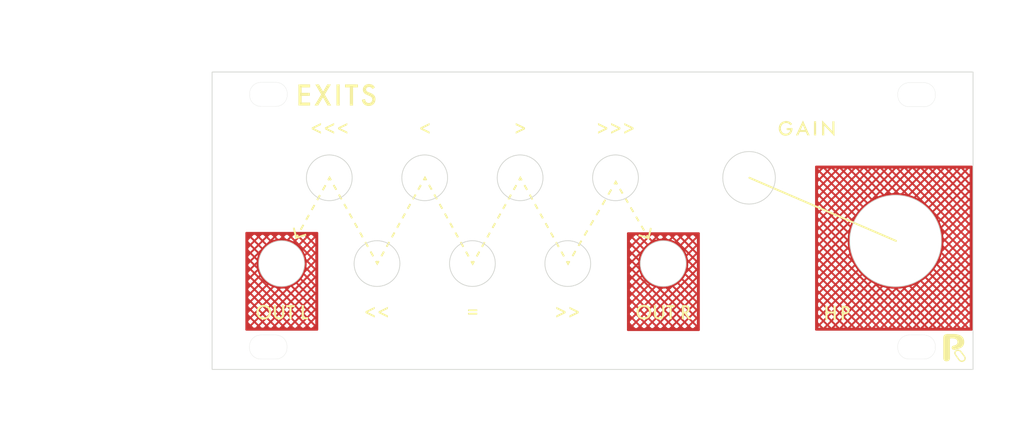
<source format=kicad_pcb>
(kicad_pcb (version 20240108) (generator "pcbnew") (generator_version "8.0")
  (title_block (title "Exits") (date "2022-01-28") (rev "2.1"))
  (layers (0 "F.Cu" signal) (31 "B.Cu" signal) (34 "B.Paste" user) (35 "F.Paste" user) (36 "B.SilkS" user "B.Silkscreen") (37 "F.SilkS" user "F.Silkscreen") (38 "B.Mask" user) (39 "F.Mask" user) (44 "Edge.Cuts" user))
  (net 0 "")
  (net 1 "GND")
  (gr_poly (pts (xy 106.464253 110.62123) (xy 106.245533 110.74823) (xy 105.885695 110.134397) (xy 106.104415 110.007397)) (stroke (width -0.000001)) (fill solid) (layer "F.SilkS"))
  (gr_poly (pts (xy 90.204725 113.422288) (xy 89.851947 114.057287) (xy 89.629698 113.933816) (xy 89.982476 113.298816)) (stroke (width -0.000001)) (fill solid) (layer "F.SilkS"))
  (gr_poly (pts (xy 103.370391 112.935455) (xy 102.971751 113.619843) (xy 102.753031 113.492843) (xy 103.151667 112.808455)) (stroke (width -0.000001)) (fill solid) (layer "F.SilkS"))
  (gr_poly (pts (xy 132.118243 102.930679) (xy 131.828962 102.930679) (xy 131.828962 101.050374) (xy 132.118243 101.050374)) (stroke (width -0.000001)) (fill solid) (layer "F.SilkS"))
  (gr_poly (pts (xy 107.180388 111.848897) (xy 106.961669 111.975897) (xy 106.605366 111.362063) (xy 106.824085 111.235063)) (stroke (width -0.000001)) (fill solid) (layer "F.SilkS"))
  (gr_poly (pts (xy 95.859748 113.933816) (xy 95.637504 114.057287) (xy 95.284725 113.425815) (xy 95.506975 113.302344)) (stroke (width -0.000001)) (fill solid) (layer "F.SilkS"))
  (gr_poly (pts (xy 135.981371 125.654433) (xy 136.030112 125.656886) (xy 136.055459 125.659053) (xy 136.081334 125.661985) (xy 136.107642 125.665785) (xy 136.134292 125.670556) (xy 136.161189 125.676402) (xy 136.188242 125.683427) (xy 136.215357 125.691733) (xy 136.242441 125.701424) (xy 136.2694 125.712603) (xy 136.296143 125.725374) (xy 136.322576 125.73984) (xy 136.348605 125.756105) (xy 136.36324 125.766241) (xy 136.377381 125.776797) (xy 136.391029 125.787757) (xy 136.404188 125.799107) (xy 136.416858 125.810831) (xy 136.429041 125.822915) (xy 136.44074 125.835344) (xy 136.451957 125.848103) (xy 136.472951 125.874552) (xy 136.492037 125.902143) (xy 136.509233 125.930757) (xy 136.524552 125.960275) (xy 136.538012 125.990579) (xy 136.549626 126.02155) (xy 136.559411 126.053068) (xy 136.567383 126.085015) (xy 136.573555 126.117273) (xy 136.577946 126.149722) (xy 136.580568 126.182243) (xy 136.581439 126.214718) (xy 136.581084 126.235902) (xy 136.579923 126.258353) (xy 136.577811 126.28193) (xy 136.574604 126.306494) (xy 136.570156 126.331906) (xy 136.564323 126.358026) (xy 136.556961 126.384714) (xy 136.547924 126.411832) (xy 136.537069 126.439238) (xy 136.524249 126.466795) (xy 136.509322 126.494362) (xy 136.492141 126.521799) (xy 136.472562 126.548968) (xy 136.461828 126.562409) (xy 136.450441 126.575729) (xy 136.438382 126.588913) (xy 136.425633 126.601942) (xy 136.412176 126.6148) (xy 136.397993 126.627468) (xy 136.369937 126.650061) (xy 136.341389 126.670297) (xy 136.312439 126.688301) (xy 136.283174 126.704196) (xy 136.253681 126.718107) (xy 136.224049 126.730158) (xy 136.194365 126.740473) (xy 136.164717 126.749175) (xy 136.135193 126.756389) (xy 136.105882 126.762239) (xy 136.076869 126.766848) (xy 136.048245 126.770342) (xy 136.020096 126.772843) (xy 135.99251 126.774476) (xy 135.93938 126.775633) (xy 135.808856 126.775633) (xy 135.808856 127.541159) (xy 135.523105 127.541159) (xy 135.523105 126.503999) (xy 135.808851 126.503999) (xy 135.808856 126.503996) (xy 135.93938 126.503996) (xy 135.984195 126.502606) (xy 136.00549 126.500886) (xy 136.026044 126.498498) (xy 136.04586 126.495454) (xy 136.064937 126.491764) (xy 136.083279 126.487442) (xy 136.100885 126.482499) (xy 136.117758 126.476946) (xy 136.133898 126.470794) (xy 136.149306 126.464056) (xy 136.163985 126.456743) (xy 136.177935 126.448867) (xy 136.191158 126.440439) (xy 136.203655 126.431472) (xy 136.215427 126.421976) (xy 136.226476 126.411963) (xy 136.236802 126.401444) (xy 136.246408 126.390433) (xy 136.255294 126.378939) (xy 136.263461 126.366976) (xy 136.270912 126.354553) (xy 136.277647 126.341684) (xy 136.283667 126.328379) (xy 136.288975 126.314651) (xy 136.29357 126.30051) (xy 136.297455 126.285969) (xy 136.300631 126.271039) (xy 136.303099 126.255732) (xy 136.30486 126.240059) (xy 136.306267 126.207663) (xy 136.305712 126.186973) (xy 136.303807 126.164847) (xy 136.300198 126.141666) (xy 136.294526 126.117814) (xy 136.290806 126.105756) (xy 136.286436 126.093673) (xy 136.281373 126.081613) (xy 136.275571 126.069624) (xy 136.268987 126.057754) (xy 136.261575 126.046051) (xy 136.253291 126.034562) (xy 136.24409 126.023336) (xy 136.233928 126.012419) (xy 136.222761 126.001861) (xy 136.210543 125.991708) (xy 136.19723 125.982008) (xy 136.182778 125.97281) (xy 136.167141 125.964161) (xy 136.150276 125.956109) (xy 136.132138 125.948701) (xy 136.112682 125.941986) (xy 136.091864 125.936011) (xy 136.069639 125.930824) (xy 136.045962 125.926473) (xy 136.02079 125.923006) (xy 135.994077 125.92047) (xy 135.965778 125.918914) (xy 135.93585 125.918384) (xy 135.808851 125.918384) (xy 135.808851 126.503999) (xy 135.523105 126.503999) (xy 135.523105 125.660854) (xy 135.935855 125.660854) (xy 135.935855 125.6538)) (stroke (width -0.000001)) (fill solid) (layer "F.SilkS"))
  (gr_poly (pts (xy 102.57664 114.304232) (xy 102.177999 114.985093) (xy 101.959279 114.858093) (xy 102.35792 114.177232)) (stroke (width -0.000001)) (fill solid) (layer "F.SilkS"))
  (gr_poly (pts (xy 100.505839 126.379813) (xy 100.505839 126.612647) (xy 99.281698 127.208843) (xy 99.281698 126.937204) (xy 100.213028 126.496233) (xy 99.281698 126.055261) (xy 99.281698 125.783617)) (stroke (width -0.000001)) (fill solid) (layer "F.SilkS"))
  (gr_poly (pts (xy 96.561779 115.200287) (xy 96.33953 115.323759) (xy 95.986752 114.688759) (xy 96.209001 114.565288)) (stroke (width -0.000001)) (fill solid) (layer "F.SilkS"))
  (gr_poly (pts (xy 67.641067 108.846761) (xy 67.418818 108.970232) (xy 67.344734 108.836177) (xy 67.270651 108.970232) (xy 67.048401 108.846761) (xy 67.344734 108.314066)) (stroke (width -0.000001)) (fill solid) (layer "F.SilkS"))
  (gr_poly (pts (xy 133.635746 126.398161) (xy 134.443607 126.398161) (xy 134.443607 125.6538) (xy 134.732888 125.6538) (xy 134.732888 127.534104) (xy 134.443607 127.534104) (xy 134.443607 126.666273) (xy 133.635746 126.666273) (xy 133.635746 127.534104) (xy 133.35 127.534104) (xy 133.35 125.6538) (xy 133.635746 125.6538)) (stroke (width -0.000001)) (fill solid) (layer "F.SilkS"))
  (gr_poly (pts (xy 85.26231 117.726177) (xy 85.040061 117.849649) (xy 84.687286 117.214647) (xy 84.909535 117.091175)) (stroke (width -0.000001)) (fill solid) (layer "F.SilkS"))
  (gr_poly (pts (xy 58.637729 125.516736) (xy 58.689257 125.520394) (xy 58.7398 125.526425) (xy 58.789311 125.534776) (xy 58.837742 125.545393) (xy 58.885045 125.558223) (xy 58.931172 125.573211) (xy 58.976076 125.590304) (xy 59.019709 125.609449) (xy 59.062023 125.630592) (xy 59.10297 125.653679) (xy 59.142502 125.678657) (xy 59.180572 125.705472) (xy 59.217131 125.73407) (xy 59.252133 125.764399) (xy 59.285529 125.796403) (xy 59.317271 125.830031) (xy 59.347311 125.865227) (xy 59.375603 125.901938) (xy 59.402097 125.940112) (xy 59.426746 125.979693) (xy 59.449503 126.02063) (xy 59.470319 126.062867) (xy 59.489147 126.106351) (xy 59.505939 126.151029) (xy 59.520648 126.196848) (xy 59.533224 126.243753) (xy 59.543621 126.29169) (xy 59.551791 126.340607) (xy 59.557686 126.39045) (xy 59.561258 126.441165) (xy 59.562459 126.492698) (xy 59.561248 126.544231) (xy 59.557647 126.594945) (xy 59.551707 126.644788) (xy 59.543477 126.693705) (xy 59.533006 126.741643) (xy 59.520345 126.788548) (xy 59.505544 126.834366) (xy 59.488651 126.879044) (xy 59.469718 126.922529) (xy 59.448792 126.964766) (xy 59.425926 127.005702) (xy 59.401167 127.045283) (xy 59.374565 127.083457) (xy 59.346172 127.120169) (xy 59.316035 127.155365) (xy 59.284206 127.188992) (xy 59.250733 127.220996) (xy 59.215666 127.251325) (xy 59.179056 127.279923) (xy 59.140952 127.306738) (xy 59.101403 127.331716) (xy 59.06046 127.354803) (xy 59.018171 127.375946) (xy 58.974588 127.395091) (xy 58.929759 127.412184) (xy 58.883735 127.427172) (xy 58.836565 127.440002) (xy 58.788298 127.450619) (xy 58.738985 127.45897) (xy 58.688675 127.465001) (xy 58.637419 127.468659) (xy 58.585265 127.469891) (xy 58.533111 127.468659) (xy 58.481854 127.465001) (xy 58.431544 127.45897) (xy 58.382232 127.450619) (xy 58.333965 127.440002) (xy 58.286795 127.427172) (xy 58.24077 127.412184) (xy 58.195941 127.395091) (xy 58.152358 127.375946) (xy 58.11007 127.354803) (xy 58.069127 127.331716) (xy 58.029578 127.306738) (xy 57.991473 127.279923) (xy 57.954863 127.251325) (xy 57.919797 127.220996) (xy 57.886324 127.188992) (xy 57.854494 127.155365) (xy 57.824358 127.120169) (xy 57.795964 127.083457) (xy 57.769363 127.045283) (xy 57.744604 127.005702) (xy 57.721737 126.964766) (xy 57.700812 126.922529) (xy 57.681878 126.879044) (xy 57.664986 126.834366) (xy 57.650184 126.788548) (xy 57.637523 126.741643) (xy 57.627053 126.693705) (xy 57.618823 126.644788) (xy 57.612882 126.594945) (xy 57.609282 126.544231) (xy 57.608071 126.492698) (xy 57.890293 126.492698) (xy 57.891135 126.531357) (xy 57.89364 126.569262) (xy 57.897775 126.606381) (xy 57.903509 126.642684) (xy 57.910808 126.678139) (xy 57.91964 126.712716) (xy 57.929974 126.746384) (xy 57.941777 126.77911) (xy 57.955016 126.810866) (xy 57.969659 126.841618) (xy 57.985675 126.871338) (xy 58.00303 126.899992) (xy 58.021693 126.927552) (xy 58.041631 126.953984) (xy 58.062812 126.979259) (xy 58.085203 127.003346) (xy 58.108772 127.026212) (xy 58.133487 127.047829) (xy 58.159316 127.068164) (xy 58.186227 127.087186) (xy 58.214186 127.104864) (xy 58.243162 127.121168) (xy 58.273122 127.136066) (xy 58.304035 127.149528) (xy 58.335867 127.161522) (xy 58.368587 127.172018) (xy 58.402162 127.180984) (xy 58.436561 127.188389) (xy 58.471749 127.194203) (xy 58.507697 127.198394) (xy 58.54437 127.200931) (xy 58.581737 127.201784) (xy 58.619104 127.200931) (xy 58.655777 127.198394) (xy 58.691724 127.194203) (xy 58.726913 127.188389) (xy 58.761311 127.180984) (xy 58.794886 127.172018) (xy 58.827606 127.161522) (xy 58.859439 127.149528) (xy 58.890351 127.136066) (xy 58.920312 127.121168) (xy 58.949288 127.104864) (xy 58.977247 127.087186) (xy 59.004158 127.068164) (xy 59.029987 127.047829) (xy 59.054702 127.026212) (xy 59.078271 127.003346) (xy 59.100662 126.979259) (xy 59.121843 126.953984) (xy 59.141781 126.927552) (xy 59.160444 126.899992) (xy 59.177799 126.871338) (xy 59.193815 126.841618) (xy 59.208458 126.810866) (xy 59.221698 126.77911) (xy 59.2335 126.746384) (xy 59.243834 126.712716) (xy 59.252667 126.678139) (xy 59.259966 126.642684) (xy 59.265699 126.606381) (xy 59.269834 126.569262) (xy 59.272339 126.531357) (xy 59.273181 126.492698) (xy 59.273182 126.492698) (xy 59.27234 126.454039) (xy 59.269835 126.416134) (xy 59.2657 126.379015) (xy 59.259966 126.342712) (xy 59.252667 126.307257) (xy 59.243835 126.27268) (xy 59.233501 126.239013) (xy 59.221698 126.206286) (xy 59.208459 126.174531) (xy 59.193815 126.143778) (xy 59.1778 126.114059) (xy 59.160444 126.085405) (xy 59.141782 126.057846) (xy 59.121844 126.031413) (xy 59.100663 126.006138) (xy 59.078272 125.982052) (xy 59.054702 125.959185) (xy 59.029987 125.937569) (xy 59.004158 125.917234) (xy 58.977248 125.898212) (xy 58.949288 125.880533) (xy 58.920312 125.86423) (xy 58.890352 125.849331) (xy 58.859439 125.835869) (xy 58.827607 125.823875) (xy 58.794887 125.81338) (xy 58.761311 125.804414) (xy 58.726913 125.797009) (xy 58.691724 125.791195) (xy 58.655777 125.787004) (xy 58.619104 125.784467) (xy 58.581737 125.783614) (xy 58.54437 125.784467) (xy 58.507697 125.787004) (xy 58.471749 125.791195) (xy 58.43656 125.797009) (xy 58.402162 125.804414) (xy 58.368587 125.81338) (xy 58.335867 125.823875) (xy 58.304035 125.835869) (xy 58.273122 125.849331) (xy 58.243162 125.86423) (xy 58.214186 125.880533) (xy 58.186226 125.898212) (xy 58.159316 125.917234) (xy 58.133487 125.937569) (xy 58.108772 125.959185) (xy 58.085202 125.982052) (xy 58.062811 126.006138) (xy 58.041631 126.031413) (xy 58.021693 126.057846) (xy 58.00303 126.085405) (xy 57.985675 126.114059) (xy 57.969659 126.143778) (xy 57.955016 126.174531) (xy 57.941777 126.206286) (xy 57.929974 126.239013) (xy 57.91964 126.27268) (xy 57.910808 126.307257) (xy 57.903509 126.342712) (xy 57.897775 126.379015) (xy 57.89364 126.416134) (xy 57.891135 126.454039) (xy 57.890293 126.492698) (xy 57.608071 126.492698) (xy 57.609272 126.441165) (xy 57.612844 126.39045) (xy 57.618739 126.340607) (xy 57.626908 126.29169) (xy 57.637305 126.243753) (xy 57.649882 126.196848) (xy 57.66459 126.151029) (xy 57.681382 126.106351) (xy 57.70021 126.062867) (xy 57.721027 126.02063) (xy 57.743783 125.979693) (xy 57.768433 125.940112) (xy 57.794927 125.901938) (xy 57.823219 125.865227) (xy 57.853259 125.830031) (xy 57.885001 125.796403) (xy 57.918397 125.764399) (xy 57.953398 125.73407) (xy 57.989958 125.705472) (xy 58.028028 125.678657) (xy 58.06756 125.653679) (xy 58.108507 125.630592) (xy 58.150821 125.609449) (xy 58.194453 125.590304) (xy 58.239357 125.573211) (xy 58.285485 125.558223) (xy 58.332788 125.545393) (xy 58.381219 125.534776) (xy 58.43073 125.526425) (xy 58.481273 125.520394) (xy 58.532801 125.516736) (xy 58.585265 125.515505)) (stroke (width -0.000001)) (fill solid) (layer "F.SilkS"))
  (gr_poly (pts (xy 71.122114 96.540461) (xy 70.473003 96.540461) (xy 70.473003 98.956989) (xy 70.042615 98.956989) (xy 70.042615 96.540461) (xy 69.397032 96.540461) (xy 69.397032 96.134767) (xy 71.122114 96.134767)) (stroke (width -0.000001)) (fill solid) (layer "F.SilkS"))
  (gr_poly (pts (xy 64.754477 96.540461) (xy 63.629117 96.540461) (xy 63.629117 97.2566) (xy 64.7192 97.2566) (xy 64.7192 97.662294) (xy 63.629117 97.662294) (xy 63.629117 98.551294) (xy 64.754477 98.551294) (xy 64.754477 98.956988) (xy 63.198728 98.956988) (xy 63.198728 96.134767) (xy 64.754477 96.134767)) (stroke (width -0.000001)) (fill solid) (layer "F.SilkS"))
  (gr_poly (pts (xy 109.328805 115.542481) (xy 109.110085 115.669481) (xy 108.750247 115.055647) (xy 108.968972 114.928647)) (stroke (width -0.000001)) (fill solid) (layer "F.SilkS"))
  (gr_poly (pts (xy 100.985616 117.031203) (xy 100.586975 117.71559) (xy 100.368256 117.588591) (xy 100.766892 116.904202)) (stroke (width -0.000001)) (fill solid) (layer "F.SilkS"))
  (gr_poly (pts (xy 73.991065 119.737008) (xy 73.694735 120.2697) (xy 73.398399 119.737008) (xy 73.620648 119.613534) (xy 73.694735 119.747592) (xy 73.768816 119.613534)) (stroke (width -0.000001)) (fill solid) (layer "F.SilkS"))
  (gr_poly (pts (xy 71.863815 116.449121) (xy 71.641565 116.572593) (xy 71.288788 115.94112) (xy 71.511038 115.81765)) (stroke (width -0.000001)) (fill solid) (layer "F.SilkS"))
  (gr_poly (pts (xy 62.994987 116.420897) (xy 64.183847 116.032841) (xy 64.264986 116.272729) (xy 62.815069 116.745452) (xy 62.448179 115.267314) (xy 62.695125 115.203815)) (stroke (width -0.000001)) (fill solid) (layer "F.SilkS"))
  (gr_poly (pts (xy 68.695004 98.953461) (xy 68.264616 98.953461) (xy 68.264616 96.13124) (xy 68.695004 96.13124)) (stroke (width -0.000001)) (fill solid) (layer "F.SilkS"))
  (gr_poly (pts (xy 86.691062 119.754647) (xy 86.394731 120.287341) (xy 86.098395 119.754647) (xy 86.320644 119.631173) (xy 86.394731 119.765229) (xy 86.468812 119.631173)) (stroke (width -0.000001)) (fill solid) (layer "F.SilkS"))
  (gr_poly (pts (xy 107.804808 101.879402) (xy 107.804808 102.112235) (xy 106.580667 102.708429) (xy 106.580667 102.43679) (xy 107.512002 101.995818) (xy 106.580667 101.554847) (xy 106.580667 101.283207)) (stroke (width -0.000001)) (fill solid) (layer "F.SilkS"))
  (gr_poly (pts (xy 131.257464 102.934206) (xy 130.947019 102.934206) (xy 130.749464 102.479123) (xy 130.745939 102.479123) (xy 129.941608 102.479123) (xy 129.736992 102.934206) (xy 129.426547 102.934206) (xy 129.768686 102.207484) (xy 130.061552 102.207484) (xy 130.62952 102.207484) (xy 130.350828 101.568957) (xy 130.061552 102.207484) (xy 129.768686 102.207484) (xy 130.364937 100.941012)) (stroke (width -0.000001)) (fill solid) (layer "F.SilkS"))
  (gr_poly (pts (xy 69.052175 111.383235) (xy 68.829925 111.506706) (xy 68.477148 110.875234) (xy 68.699397 110.751761)) (stroke (width -0.000001)) (fill solid) (layer "F.SilkS"))
  (gr_poly (pts (xy 66.47956 97.087267) (xy 67.040476 96.13124) (xy 67.523783 96.13124) (xy 66.712394 97.482378) (xy 67.562588 98.953461) (xy 67.079282 98.953461) (xy 66.461921 97.873961) (xy 65.819866 98.953461) (xy 65.336561 98.953461) (xy 66.225561 97.482378) (xy 65.445922 96.13124) (xy 65.929227 96.13124)) (stroke (width -0.000001)) (fill solid) (layer "F.SilkS"))
  (gr_poly (pts (xy 108.612664 114.311286) (xy 108.393945 114.438287) (xy 108.037642 113.824452) (xy 108.256361 113.697452)) (stroke (width -0.000001)) (fill solid) (layer "F.SilkS"))
  (gr_poly (pts (xy 128.156628 101.015514) (xy 128.18856 101.016778) (xy 128.220543 101.018911) (xy 128.252521 101.021932) (xy 128.284437 101.025863) (xy 128.316234 101.030724) (xy 128.347855 101.036536) (xy 128.379244 101.043319) (xy 128.410344 101.051095) (xy 128.441097 101.059883) (xy 128.471448 101.069705) (xy 128.501339 101.080581) (xy 128.530713 101.092532) (xy 128.559513 101.105579) (xy 128.587683 101.119741) (xy 128.615167 101.135041) (xy 128.643572 101.151814) (xy 128.670598 101.169017) (xy 128.69627 101.186581) (xy 128.720614 101.204439) (xy 128.743656 101.222525) (xy 128.765421 101.240771) (xy 128.785936 101.25911) (xy 128.805226 101.277475) (xy 128.823316 101.295799) (xy 128.840234 101.314014) (xy 128.856005 101.332053) (xy 128.870654 101.34985) (xy 128.884207 101.367336) (xy 128.896691 101.384445) (xy 128.90813 101.40111) (xy 128.918552 101.417263) (xy 128.689248 101.57954) (xy 128.678339 101.564915) (xy 128.6668 101.550181) (xy 128.654662 101.535396) (xy 128.641955 101.520616) (xy 128.628711 101.505897) (xy 128.61496 101.491298) (xy 128.600733 101.476874) (xy 128.586062 101.462683) (xy 128.570978 101.448781) (xy 128.555511 101.435226) (xy 128.539693 101.422073) (xy 128.523554 101.409381) (xy 128.507126 101.397205) (xy 128.490439 101.385603) (xy 128.473525 101.374631) (xy 128.456414 101.364346) (xy 128.437072 101.352971) (xy 128.417424 101.342628) (xy 128.397498 101.333278) (xy 128.377318 101.324879) (xy 128.35691 101.317389) (xy 128.336301 101.310768) (xy 128.315516 101.304973) (xy 128.294581 101.299964) (xy 128.273522 101.295699) (xy 128.252364 101.292137) (xy 128.231135 101.289236) (xy 128.209858 101.286955) (xy 128.188562 101.285253) (xy 128.16727 101.284089) (xy 128.146009 101.283421) (xy 128.124805 101.283207) (xy 128.07957 101.284378) (xy 128.036439 101.287782) (xy 127.995364 101.293253) (xy 127.956299 101.300626) (xy 127.919198 101.309734) (xy 127.884014 101.320414) (xy 127.850701 101.3325) (xy 127.819212 101.345825) (xy 127.7895 101.360226) (xy 127.76152 101.375536) (xy 127.735224 101.39159) (xy 127.710566 101.408223) (xy 127.687499 101.425269) (xy 127.665978 101.442563) (xy 127.645955 101.45994) (xy 127.627384 101.477235) (xy 127.604778 101.501277) (xy 127.583293 101.52703) (xy 127.562976 101.554385) (xy 127.543874 101.583233) (xy 127.526032 101.613467) (xy 127.509498 101.644976) (xy 127.494318 101.677654) (xy 127.480539 101.711391) (xy 127.468206 101.746079) (xy 127.457367 101.781609) (xy 127.448067 101.817873) (xy 127.440355 101.854762) (xy 127.434275 101.892168) (xy 127.429875 101.929982) (xy 127.4272 101.968096) (xy 127.426299 102.006401) (xy 127.427121 102.042066) (xy 127.429572 102.077577) (xy 127.433624 102.11286) (xy 127.439252 102.147843) (xy 127.446431 102.182454) (xy 127.455135 102.216621) (xy 127.465336 102.250271) (xy 127.477011 102.283332) (xy 127.490133 102.315731) (xy 127.504676 102.347397) (xy 127.520614 102.378256) (xy 127.537921 102.408237) (xy 127.556573 102.437267) (xy 127.576542 102.465274) (xy 127.597802 102.492185) (xy 127.620329 102.517929) (xy 127.645132 102.542741) (xy 127.670585 102.565616) (xy 127.69668 102.586599) (xy 127.723405 102.605738) (xy 127.750751 102.623078) (xy 127.778706 102.638666) (xy 127.807261 102.652549) (xy 127.836405 102.664773) (xy 127.866128 102.675385) (xy 127.896419 102.684431) (xy 127.927268 102.691957) (xy 127.958665 102.698011) (xy 127.990599 102.702639) (xy 128.02306 102.705887) (xy 128.056038 102.707801) (xy 128.089522 102.708429) (xy 128.119662 102.707846) (xy 128.149234 102.70608) (xy 128.178247 102.703104) (xy 128.206713 102.698893) (xy 128.234641 102.693422) (xy 128.262042 102.686663) (xy 128.288926 102.678592) (xy 128.315303 102.669183) (xy 128.341185 102.658409) (xy 128.366581 102.646246) (xy 128.391501 102.632666) (xy 128.415956 102.617644) (xy 128.439956 102.601155) (xy 128.463512 102.583173) (xy 128.486634 102.563671) (xy 128.509332 102.542624) (xy 128.528439 102.523362) (xy 128.546105 102.503949) (xy 128.562375 102.484403) (xy 128.577297 102.464737) (xy 128.590916 102.444968) (xy 128.603279 102.425112) (xy 128.614433 102.405183) (xy 128.624424 102.385197) (xy 128.633299 102.36517) (xy 128.641105 102.345117) (xy 128.647887 102.325053) (xy 128.653692 102.304995) (xy 128.658568 102.284958) (xy 128.66256 102.264956) (xy 128.665715 102.245007) (xy 128.668079 102.225124) (xy 128.198881 102.225124) (xy 128.198881 101.953485) (xy 128.974994 101.953485) (xy 128.974994 101.967596) (xy 128.97388 102.027081) (xy 128.970543 102.085129) (xy 128.964995 102.141709) (xy 128.957245 102.196791) (xy 128.947304 102.250344) (xy 128.935183 102.302335) (xy 128.920891 102.352735) (xy 128.904439 102.401513) (xy 128.885837 102.448636) (xy 128.865096 102.494075) (xy 128.842226 102.537799) (xy 128.817237 102.579775) (xy 128.79014 102.619975) (xy 128.760945 102.658365) (xy 128.729663 102.694916) (xy 128.696303 102.729596) (xy 128.659482 102.763683) (xy 128.621839 102.794598) (xy 128.583463 102.822474) (xy 128.544441 102.847446) (xy 128.504861 102.869648) (xy 128.464811 102.889214) (xy 128.424378 102.906279) (xy 128.383651 102.920978) (xy 128.342717 102.933444) (xy 128.301664 102.943812) (xy 128.260581 102.952216) (xy 128.219554 102.958791) (xy 128.178672 102.963671) (xy 128.138023 102.96699) (xy 128.097694 102.968884) (xy 128.057773 102.969485) (xy 128.007117 102.968569) (xy 127.958279 102.965798) (xy 127.911178 102.961136) (xy 127.86573 102.954547) (xy 127.821854 102.945994) (xy 127.779465 102.93544) (xy 127.738483 102.922851) (xy 127.698823 102.90819) (xy 127.660404 102.89142) (xy 127.623142 102.872506) (xy 127.586955 102.85141) (xy 127.55176 102.828098) (xy 127.517475 102.802533) (xy 127.484016 102.774679) (xy 127.451302 102.744499) (xy 127.419249 102.711957) (xy 127.385888 102.675545) (xy 127.354605 102.637784) (xy 127.325409 102.598731) (xy 127.298312 102.558444) (xy 127.273323 102.516978) (xy 127.250453 102.47439) (xy 127.229712 102.430738) (xy 127.211111 102.386079) (xy 127.194659 102.340468) (xy 127.180368 102.293964) (xy 127.168246 102.246622) (xy 127.158306 102.1985) (xy 127.150557 102.149655) (xy 127.145008 102.100143) (xy 127.141672 102.050021) (xy 127.140558 101.999346) (xy 127.141942 101.944915) (xy 127.146015 101.89148) (xy 127.15265 101.839131) (xy 127.161724 101.787955) (xy 127.173114 101.73804) (xy 127.186694 101.689474) (xy 127.202342 101.642344) (xy 127.219932 101.596739) (xy 127.239342 101.552746) (xy 127.260447 101.510453) (xy 127.283122 101.469948) (xy 127.307245 101.431319) (xy 127.332691 101.394654) (xy 127.359335 101.36004) (xy 127.387054 101.327566) (xy 127.415724 101.297319) (xy 127.447213 101.267407) (xy 127.480774 101.238601) (xy 127.51633 101.211014) (xy 127.553803 101.184761) (xy 127.593116 101.159954) (xy 127.63419 101.136709) (xy 127.67695 101.115137) (xy 127.721316 101.095354) (xy 127.767213 101.077472) (xy 127.814561 101.061606) (xy 127.863284 101.047868) (xy 127.913304 101.036374) (xy 127.964544 101.027236) (xy 128.016925 101.020568) (xy 128.070372 101.016484) (xy 128.124805 101.015097)) (stroke (width -0.000001)) (fill solid) (layer "F.SilkS"))
  (gr_poly (pts (xy 110.814003 126.683198) (xy 110.81412 126.722466) (xy 110.81494 126.76318) (xy 110.817166 126.804804) (xy 110.819025 126.825789) (xy 110.821499 126.846799) (xy 110.824676 126.867769) (xy 110.828644 126.88863) (xy 110.83349 126.909315) (xy 110.839302 126.929757) (xy 110.846168 126.949889) (xy 110.854176 126.969644) (xy 110.863415 126.988954) (xy 110.87397 127.007753) (xy 110.885373 127.025629) (xy 110.898383 127.043437) (xy 110.912954 127.061029) (xy 110.929038 127.078254) (xy 110.94659 127.094962) (xy 110.965563 127.111003) (xy 110.985911 127.126228) (xy 110.996586 127.133488) (xy 111.007587 127.140487) (xy 111.018908 127.147207) (xy 111.030544 127.15363) (xy 111.042489 127.159735) (xy 111.054737 127.165506) (xy 111.067282 127.170922) (xy 111.080118 127.175966) (xy 111.093239 127.180619) (xy 111.106641 127.184861) (xy 111.120316 127.188674) (xy 111.134259 127.19204) (xy 111.148465 127.194939) (xy 111.162927 127.197353) (xy 111.17764 127.199263) (xy 111.192597 127.200651) (xy 111.207794 127.201497) (xy 111.223223 127.201784) (xy 111.25385 127.200651) (xy 111.28352 127.197353) (xy 111.312188 127.19204) (xy 111.339806 127.184861) (xy 111.366329 127.175967) (xy 111.39171 127.165507) (xy 111.415903 127.15363) (xy 111.43886 127.140488) (xy 111.460536 127.12623) (xy 111.480884 127.111005) (xy 111.499857 127.094963) (xy 111.517409 127.078255) (xy 111.533493 127.06103) (xy 111.548064 127.043438) (xy 111.561074 127.025629) (xy 111.572477 127.007753) (xy 111.582452 126.988954) (xy 111.59126 126.969644) (xy 111.598972 126.949889) (xy 111.605661 126.929757) (xy 111.611399 126.909315) (xy 111.616258 126.88863) (xy 111.620311 126.867769) (xy 111.623631 126.846799) (xy 111.626288 126.825789) (xy 111.628357 126.804804) (xy 111.631016 126.76318) (xy 111.632187 126.722466) (xy 111.632449 126.683198) (xy 111.632449 125.550783) (xy 111.92173 125.550783) (xy 111.92173 126.76081) (xy 111.921338 126.788989) (xy 111.920083 126.817902) (xy 111.917847 126.847456) (xy 111.914509 126.877558) (xy 111.909952 126.908114) (xy 111.904057 126.939032) (xy 111.896704 126.970219) (xy 111.887775 127.001581) (xy 111.877151 127.033026) (xy 111.864714 127.064461) (xy 111.850343 127.095793) (xy 111.833921 127.126928) (xy 111.815328 127.157773) (xy 111.794446 127.188237) (xy 111.771156 127.218224) (xy 111.745338 127.247644) (xy 111.726027 127.267541) (xy 111.705107 127.287427) (xy 111.682545 127.307128) (xy 111.658303 127.326467) (xy 111.632345 127.345269) (xy 111.604635 127.363357) (xy 111.575138 127.380557) (xy 111.543816 127.396692) (xy 111.510633 127.411587) (xy 111.475554 127.425066) (xy 111.457293 127.431219) (xy 111.438543 127.436953) (xy 111.419301 127.442245) (xy 111.399562 127.447073) (xy 111.379323 127.451416) (xy 111.358577 127.45525) (xy 111.337321 127.458555) (xy 111.31555 127.461308) (xy 111.29326 127.463488) (xy 111.270446 127.465072) (xy 111.247104 127.466039) (xy 111.223229 127.466366) (xy 111.176011 127.465072) (xy 111.130907 127.461308) (xy 111.087881 127.45525) (xy 111.046895 127.447073) (xy 111.007915 127.436953) (xy 110.970904 127.425066) (xy 110.935825 127.411587) (xy 110.902643 127.396692) (xy 110.871322 127.380557) (xy 110.841824 127.363357) (xy 110.814114 127.345269) (xy 110.788157 127.326467) (xy 110.763914 127.307128) (xy 110.741351 127.287427) (xy 110.720431 127.267541) (xy 110.701119 127.247644) (xy 110.675302 127.217643) (xy 110.652013 127.187224) (xy 110.631131 127.156463) (xy 110.612539 127.12544) (xy 110.596117 127.09423) (xy 110.581747 127.062911) (xy 110.56931 127.031562) (xy 110.558686 127.000259) (xy 110.549758 126.96908) (xy 110.542405 126.938102) (xy 110.53651 126.907404) (xy 110.531953 126.877062) (xy 110.528616 126.847154) (xy 110.526379 126.817758) (xy 110.525124 126.78895) (xy 110.524732 126.76081) (xy 110.524732 125.550783) (xy 110.814003 125.550783)) (stroke (width -0.000001)) (fill solid) (layer "F.SilkS"))
  (gr_poly (pts (xy 66.910821 109.63698) (xy 66.543931 110.296675) (xy 66.321681 110.173203) (xy 66.68857 109.513508)) (stroke (width -0.000001)) (fill solid) (layer "F.SilkS"))
  (gr_poly (pts (xy 63.926318 125.554308) (xy 63.922791 125.554308) (xy 63.922791 125.550783)) (stroke (width -0.000001)) (fill solid) (layer "F.SilkS"))
  (gr_poly (pts (xy 77.504729 113.40465) (xy 77.151951 114.039649) (xy 76.929701 113.916178) (xy 77.282479 113.281178)) (stroke (width -0.000001)) (fill solid) (layer "F.SilkS"))
  (gr_poly (pts (xy 76.100674 115.937593) (xy 75.747898 116.572593) (xy 75.525649 116.449121) (xy 75.878427 115.814123)) (stroke (width -0.000001)) (fill solid) (layer "F.SilkS"))
  (gr_poly (pts (xy 80.341065 108.846761) (xy 80.118815 108.970232) (xy 80.044731 108.836177) (xy 79.970645 108.970232) (xy 79.748398 108.846761) (xy 80.044731 108.314066)) (stroke (width -0.000001)) (fill solid) (layer "F.SilkS"))
  (gr_poly (pts (xy 73.26787 118.982064) (xy 73.045621 119.105536) (xy 72.692843 118.474064) (xy 72.915095 118.350592)) (stroke (width -0.000001)) (fill solid) (layer "F.SilkS"))
  (gr_poly (pts (xy 73.356066 126.055249) (xy 72.424733 126.496222) (xy 73.356066 126.937194) (xy 73.356066 127.208838) (xy 72.131925 126.612642) (xy 72.131925 126.379808) (xy 73.356066 125.783612)) (stroke (width -0.000001)) (fill solid) (layer "F.SilkS"))
  (gr_poly (pts (xy 63.922791 127.162978) (xy 64.476652 127.162978) (xy 64.476652 127.434615) (xy 63.63704 127.434615) (xy 63.63704 125.554308) (xy 63.922791 125.554308)) (stroke (width -0.000001)) (fill solid) (layer "F.SilkS"))
  (gr_poly (pts (xy 81.046621 110.106183) (xy 80.824374 110.229654) (xy 80.471596 109.594655) (xy 80.693845 109.471183)) (stroke (width -0.000001)) (fill solid) (layer "F.SilkS"))
  (gr_poly (pts (xy 92.314333 109.622872) (xy 91.961555 110.257871) (xy 91.739306 110.1344) (xy 92.092084 109.4994)) (stroke (width -0.000001)) (fill solid) (layer "F.SilkS"))
  (gr_poly (pts (xy 69.704817 101.554847) (xy 68.773484 101.995818) (xy 69.704817 102.43679) (xy 69.704817 102.708429) (xy 68.480678 102.112235) (xy 68.480678 101.879402) (xy 69.704817 101.283207)) (stroke (width -0.000001)) (fill solid) (layer "F.SilkS"))
  (gr_poly (pts (xy 68.350148 110.116762) (xy 68.127897 110.240234) (xy 67.775119 109.608761) (xy 67.99737 109.48529)) (stroke (width -0.000001)) (fill solid) (layer "F.SilkS"))
  (gr_poly (pts (xy 85.967866 118.996176) (xy 85.745617 119.119647) (xy 85.392839 118.484646) (xy 85.615088 118.361174)) (stroke (width -0.000001)) (fill solid) (layer "F.SilkS"))
  (gr_poly (pts (xy 74.696621 118.470536) (xy 74.343843 119.105536) (xy 74.121594 118.982064) (xy 74.474372 118.347065)) (stroke (width -0.000001)) (fill solid) (layer "F.SilkS"))
  (gr_line (start 123.2408 108.585) (end 142.748 116.9924) (stroke (width 0.253998) (color 1 1 1 1)) (layer "F.SilkS"))
  (gr_poly (pts (xy 104.95789 110.208484) (xy 104.559249 110.889345) (xy 104.34053 110.762345) (xy 104.739171 110.081484)) (stroke (width -0.000001)) (fill solid) (layer "F.SilkS"))
  (gr_poly (pts (xy 69.754204 112.649706) (xy 69.531954 112.773178) (xy 69.179176 112.141706) (xy 69.401426 112.018234)) (stroke (width -0.000001)) (fill solid) (layer "F.SilkS"))
  (gr_poly (pts (xy 70.456232 113.916178) (xy 70.233981 114.039649) (xy 69.881204 113.408177) (xy 70.103455 113.284706)) (stroke (width -0.000001)) (fill solid) (layer "F.SilkS"))
  (gr_poly (pts (xy 87.005034 126.358644) (xy 85.780895 126.358644) (xy 85.780895 126.122283) (xy 87.005034 126.122283)) (stroke (width -0.000001)) (fill solid) (layer "F.SilkS"))
  (gr_poly (pts (xy 93.041061 108.8644) (xy 92.818812 108.987873) (xy 92.744728 108.853817) (xy 92.670641 108.987873) (xy 92.448395 108.8644) (xy 92.744728 108.331705)) (stroke (width -0.000001)) (fill solid) (layer "F.SilkS"))
  (gr_poly (pts (xy 87.396618 118.488173) (xy 87.04384 119.123172) (xy 86.82159 118.999701) (xy 87.174368 118.364701)) (stroke (width -0.000001)) (fill solid) (layer "F.SilkS"))
  (gr_poly (pts (xy 88.098644 117.221701) (xy 87.745866 117.856703) (xy 87.523616 117.733232) (xy 87.876395 117.09823)) (stroke (width -0.000001)) (fill solid) (layer "F.SilkS"))
  (gr_poly (pts (xy 75.105844 126.055249) (xy 74.174511 126.496222) (xy 75.105844 126.937194) (xy 75.105844 127.208838) (xy 73.881706 126.612642) (xy 73.881706 126.379808) (xy 75.105844 125.783612)) (stroke (width -0.000001)) (fill solid) (layer "F.SilkS"))
  (gr_poly (pts (xy 90.906751 112.155815) (xy 90.553973 112.790816) (xy 90.331724 112.667343) (xy 90.684502 112.032344)) (stroke (width -0.000001)) (fill solid) (layer "F.SilkS"))
  (gr_poly (pts (xy 63.24193 116.233924) (xy 63.058485 116.569063) (xy 62.836236 116.445591) (xy 63.019681 116.110452)) (stroke (width -0.000001)) (fill solid) (layer "F.SilkS"))
  (gr_poly (pts (xy 94.455695 111.400871) (xy 94.233446 111.524343) (xy 93.880668 110.892871) (xy 94.102917 110.769399)) (stroke (width -0.000001)) (fill solid) (layer "F.SilkS"))
  (gr_poly (pts (xy 97.26381 116.46676) (xy 97.041556 116.590232) (xy 96.688778 115.95876) (xy 96.911032 115.835288)) (stroke (width -0.000001)) (fill solid) (layer "F.SilkS"))
  (gr_poly (pts (xy 60.21157 126.683198) (xy 60.211687 126.722466) (xy 60.212507 126.76318) (xy 60.214733 126.804804) (xy 60.216592 126.825789) (xy 60.219067 126.846799) (xy 60.222244 126.867769) (xy 60.226212 126.88863) (xy 60.231058 126.909315) (xy 60.236871 126.929757) (xy 60.243738 126.949889) (xy 60.251747 126.969644) (xy 60.260986 126.988954) (xy 60.271542 127.007753) (xy 60.282945 127.025629) (xy 60.295954 127.043437) (xy 60.310524 127.061029) (xy 60.326609 127.078254) (xy 60.344161 127.094962) (xy 60.363133 127.111003) (xy 60.383481 127.126228) (xy 60.394156 127.133488) (xy 60.405157 127.140487) (xy 60.416478 127.147207) (xy 60.428114 127.15363) (xy 60.440059 127.159735) (xy 60.452306 127.165506) (xy 60.464851 127.170922) (xy 60.477687 127.175966) (xy 60.490809 127.180619) (xy 60.50421 127.184861) (xy 60.517885 127.188674) (xy 60.531828 127.19204) (xy 60.546034 127.194939) (xy 60.560496 127.197353) (xy 60.575208 127.199263) (xy 60.590166 127.200651) (xy 60.605362 127.201497) (xy 60.620792 127.201784) (xy 60.651418 127.200651) (xy 60.681088 127.197353) (xy 60.709755 127.19204) (xy 60.737374 127.184861) (xy 60.763897 127.175967) (xy 60.789278 127.165507) (xy 60.81347 127.15363) (xy 60.836427 127.140488) (xy 60.858103 127.12623) (xy 60.878451 127.111005) (xy 60.897424 127.094963) (xy 60.914976 127.078255) (xy 60.93106 127.06103) (xy 60.94563 127.043438) (xy 60.95864 127.025629) (xy 60.970042 127.007753) (xy 60.980017 126.988954) (xy 60.988824 126.969644) (xy 60.996536 126.949889) (xy 61.003225 126.929757) (xy 61.008963 126.909315) (xy 61.013822 126.88863) (xy 61.017875 126.867769) (xy 61.021194 126.846799) (xy 61.023852 126.825789) (xy 61.025921 126.804804) (xy 61.028581 126.76318) (xy 61.029752 126.722466) (xy 61.030014 126.683198) (xy 61.030014 125.550783) (xy 61.319291 125.550783) (xy 61.319291 126.76081) (xy 61.318899 126.788989) (xy 61.317645 126.817902) (xy 61.315408 126.847456) (xy 61.31207 126.877558) (xy 61.307513 126.908114) (xy 61.301618 126.939032) (xy 61.294265 126.970219) (xy 61.285337 127.001581) (xy 61.274713 127.033026) (xy 61.262275 127.064461) (xy 61.247905 127.095793) (xy 61.231483 127.126928) (xy 61.212891 127.157773) (xy 61.192009 127.188237) (xy 61.16872 127.218224) (xy 61.142903 127.247644) (xy 61.123591 127.267541) (xy 61.102671 127.287427) (xy 61.080108 127.307128) (xy 61.055866 127.326467) (xy 61.029908 127.345269) (xy 61.002198 127.363357) (xy 60.972701 127.380557) (xy 60.941379 127.396692) (xy 60.908196 127.411587) (xy 60.873117 127.425066) (xy 60.854856 127.431219) (xy 60.836106 127.436953) (xy 60.816864 127.442245) (xy 60.797126 127.447073) (xy 60.776886 127.451416) (xy 60.75614 127.45525) (xy 60.734884 127.458555) (xy 60.713113 127.461308) (xy 60.690823 127.463488) (xy 60.668009 127.465072) (xy 60.644667 127.466039) (xy 60.620792 127.466366) (xy 60.573574 127.465072) (xy 60.52847 127.461308) (xy 60.485444 127.45525) (xy 60.444458 127.447073) (xy 60.405478 127.436953) (xy 60.368467 127.425066) (xy 60.333388 127.411587) (xy 60.300205 127.396692) (xy 60.268883 127.380557) (xy 60.239386 127.363357) (xy 60.211676 127.345269) (xy 60.185718 127.326467) (xy 60.161476 127.307128) (xy 60.138913 127.287427) (xy 60.117994 127.267541) (xy 60.098681 127.247644) (xy 60.072865 127.217643) (xy 60.049575 127.187224) (xy 60.028693 127.156463) (xy 60.010101 127.12544) (xy 59.993679 127.09423) (xy 59.979309 127.062911) (xy 59.966871 127.031562) (xy 59.956247 127.000259) (xy 59.947318 126.96908) (xy 59.939966 126.938102) (xy 59.93407 126.907404) (xy 59.929513 126.877062) (xy 59.926176 126.847154) (xy 59.923939 126.817758) (xy 59.922684 126.78895) (xy 59.922292 126.76081) (xy 59.922292 125.550783) (xy 60.21157 125.550783)) (stroke (width -0.000001)) (fill solid) (layer "F.SilkS"))
  (gr_poly (pts (xy 80.655035 101.554847) (xy 79.723702 101.995818) (xy 80.655035 102.43679) (xy 80.655035 102.708429) (xy 79.430896 102.112235) (xy 79.430896 101.879402) (xy 80.655035 101.283207)) (stroke (width -0.000001)) (fill solid) (layer "F.SilkS"))
  (gr_poly (pts (xy 93.355033 101.879402) (xy 93.355033 102.112235) (xy 92.130892 102.708429) (xy 92.130892 102.43679) (xy 93.062225 101.995818) (xy 92.130892 101.554847) (xy 92.130892 101.283207)) (stroke (width -0.000001)) (fill solid) (layer "F.SilkS"))
  (gr_poly (pts (xy 83.156232 113.916179) (xy 82.933982 114.039651) (xy 82.581204 113.404651) (xy 82.803454 113.28118)) (stroke (width -0.000001)) (fill solid) (layer "F.SilkS"))
  (gr_poly (pts (xy 151.04308 131.566462) (xy 151.071307 131.569266) (xy 151.099297 131.57389) (xy 151.126971 131.580291) (xy 151.154253 131.588428) (xy 151.181064 131.59826) (xy 151.207327 131.609746) (xy 151.232965 131.622844) (xy 151.2579 131.637513) (xy 151.282055 131.653712) (xy 151.305353 131.671399) (xy 151.327715 131.690533) (xy 151.349065 131.711072) (xy 151.369324 131.732976) (xy 151.388416 131.756202) (xy 151.406263 131.78071) (xy 151.409803 131.78424) (xy 151.847242 132.362795) (xy 151.859436 132.37895) (xy 151.870882 132.395626) (xy 151.881573 132.412768) (xy 151.891504 132.430318) (xy 151.90067 132.44822) (xy 151.909067 132.466416) (xy 151.916688 132.48485) (xy 151.923529 132.503465) (xy 151.929585 132.522204) (xy 151.93485 132.54101) (xy 151.939319 132.559826) (xy 151.942987 132.578596) (xy 151.945849 132.597263) (xy 151.9479 132.615769) (xy 151.949134 132.634058) (xy 151.949547 132.652073) (xy 151.948843 132.674551) (xy 151.946729 132.696962) (xy 151.943199 132.719239) (xy 151.938248 132.741314) (xy 151.93187 132.76312) (xy 151.924062 132.784591) (xy 151.914816 132.805659) (xy 151.904129 132.826256) (xy 151.891995 132.846316) (xy 151.885384 132.856124) (xy 151.878409 132.865772) (xy 151.871069 132.875252) (xy 151.863365 132.884556) (xy 151.855295 132.893674) (xy 151.846859 132.9026) (xy 151.838056 132.911325) (xy 151.828885 132.919839) (xy 151.819346 132.928135) (xy 151.809439 132.936204) (xy 151.799161 132.944038) (xy 151.788514 132.951629) (xy 151.777495 132.958968) (xy 151.766106 132.966046) (xy 151.750934 132.974977) (xy 151.735834 132.983257) (xy 151.720796 132.990896) (xy 151.705809 132.997905) (xy 151.690864 133.004294) (xy 151.675948 133.010073) (xy 151.661054 133.015253) (xy 151.646169 133.019843) (xy 151.631284 133.023855) (xy 151.616389 133.027298) (xy 151.601473 133.030184) (xy 151.586525 133.032521) (xy 151.571536 133.034321) (xy 151.556495 133.035594) (xy 151.541393 133.03635) (xy 151.526217 133.0366) (xy 151.497829 133.035656) (xy 151.469602 133.032852) (xy 151.441612 133.028228) (xy 151.413938 133.021827) (xy 151.386656 133.01369) (xy 151.359845 133.003857) (xy 151.333582 132.992371) (xy 151.307944 132.979273) (xy 151.283009 132.964603) (xy 151.258854 132.948404) (xy 151.235556 132.930717) (xy 151.213194 132.911583) (xy 151.191845 132.891044) (xy 151.171585 132.86914) (xy 151.152493 132.845913) (xy 151.134646 132.821405) (xy 150.736005 132.253433) (xy 150.710546 132.217968) (xy 150.685128 132.180727) (xy 150.672757 132.161607) (xy 150.660784 132.142245) (xy 150.649338 132.122707) (xy 150.638549 132.10306) (xy 150.628545 132.083372) (xy 150.619455 132.06371) (xy 150.61141 132.044141) (xy 150.604537 132.024732) (xy 150.598967 132.005551) (xy 150.594828 131.986664) (xy 150.59225 131.968138) (xy 150.591587 131.959033) (xy 150.591362 131.950042) (xy 150.592066 131.927564) (xy 150.59418 131.905153) (xy 150.59771 131.882877) (xy 150.602661 131.860802) (xy 150.609039 131.838995) (xy 150.616848 131.817525) (xy 150.626093 131.796457) (xy 150.63678 131.77586) (xy 150.648914 131.7558) (xy 150.655526 131.745992) (xy 150.6625 131.736344) (xy 150.66984 131.726864) (xy 150.677544 131.717561) (xy 150.685614 131.708442) (xy 150.69405 131.699516) (xy 150.702853 131.690792) (xy 150.712024 131.682278) (xy 150.721563 131.673982) (xy 150.731471 131.665913) (xy 150.741748 131.658079) (xy 150.752395 131.650489) (xy 150.763414 131.64315) (xy 150.774803 131.636072) (xy 150.789977 131.627141) (xy 150.805078 131.61886) (xy 150.820117 131.611221) (xy 150.835104 131.604212) (xy 150.85005 131.597823) (xy 150.864965 131.592044) (xy 150.87986 131.586864) (xy 150.894744 131.582274) (xy 150.909628 131.578262) (xy 150.924523 131.574819) (xy 150.939439 131.571934) (xy 150.954386 131.569597) (xy 150.969374 131.567797) (xy 150.984414 131.566524) (xy 150.999517 131.565768) (xy 151.014692 131.565518)) (stroke (width 0.176388) (color 1 1 1 1)) (fill none) (layer "F.SilkS"))
  (gr_poly (pts (xy 64.709486 113.595148) (xy 64.342597 114.254842) (xy 64.120347 114.13137) (xy 64.487235 113.471677)) (stroke (width -0.000001)) (fill solid) (layer "F.SilkS"))
  (gr_poly (pts (xy 78.908781 110.871707) (xy 78.556006 111.506706) (xy 78.333756 111.383235) (xy 78.686532 110.748235)) (stroke (width -0.000001)) (fill solid) (layer "F.SilkS"))
  (gr_poly (pts (xy 110.242496 115.299065) (xy 109.907362 116.787785) (xy 108.446862 116.346813) (xy 108.520943 116.103398) (xy 109.720386 116.466758) (xy 109.995552 115.24262)) (stroke (width -0.000001)) (fill solid) (layer "F.SilkS"))
  (gr_poly (pts (xy 65.443264 112.275759) (xy 65.076376 112.935453) (xy 64.854125 112.811981) (xy 65.221014 112.152288)) (stroke (width -0.000001)) (fill solid) (layer "F.SilkS"))
  (gr_poly (pts (xy 98.667868 118.999701) (xy 98.445618 119.123172) (xy 98.09284 118.4917) (xy 98.31509 118.368229)) (stroke (width -0.000001)) (fill solid) (layer "F.SilkS"))
  (gr_poly (pts (xy 76.802702 114.671122) (xy 76.449924 115.306122) (xy 76.227675 115.182649) (xy 76.580453 114.54765)) (stroke (width -0.000001)) (fill solid) (layer "F.SilkS"))
  (gr_poly (pts (xy 83.858258 115.186178) (xy 83.636009 115.309651) (xy 83.283231 114.67465) (xy 83.50548 114.551179)) (stroke (width -0.000001)) (fill solid) (layer "F.SilkS"))
  (gr_poly (pts (xy 71.15826 115.182649) (xy 70.93601 115.306122) (xy 70.583232 114.674649) (xy 70.805482 114.551177)) (stroke (width -0.000001)) (fill solid) (layer "F.SilkS"))
  (gr_poly (pts (xy 104.305251 101.879402) (xy 104.305251 102.112235) (xy 103.081115 102.708429) (xy 103.081115 102.43679) (xy 104.012445 101.995818) (xy 103.081115 101.554847) (xy 103.081115 101.283207)) (stroke (width -0.000001)) (fill solid) (layer "F.SilkS"))
  (gr_poly (pts (xy 72.655659 96.086665) (xy 72.708146 96.090381) (xy 72.75777 96.096308) (xy 72.804588 96.10423) (xy 72.848656 96.11393) (xy 72.890033 96.12519) (xy 72.928774 96.137794) (xy 72.964936 96.151524) (xy 72.998576 96.166164) (xy 73.029752 96.181497) (xy 73.058519 96.197304) (xy 73.084935 96.213371) (xy 73.109057 96.229478) (xy 73.130941 96.24541) (xy 73.168224 96.275878) (xy 73.182191 96.288815) (xy 73.196281 96.302474) (xy 73.210454 96.316837) (xy 73.224669 96.331882) (xy 73.238883 96.347588) (xy 73.253056 96.363935) (xy 73.267147 96.380902) (xy 73.281113 96.398469) (xy 73.294914 96.416614) (xy 73.308509 96.435317) (xy 73.321855 96.454558) (xy 73.334912 96.474316) (xy 73.347638 96.49457) (xy 73.359992 96.515299) (xy 73.371933 96.536483) (xy 73.383419 96.558101) (xy 73.037697 96.762712) (xy 73.037697 96.759184) (xy 73.032899 96.74732) (xy 73.027754 96.735543) (xy 73.022248 96.72386) (xy 73.016365 96.712275) (xy 73.010089 96.700794) (xy 73.003405 96.689421) (xy 72.996296 96.678161) (xy 72.988749 96.667021) (xy 72.980747 96.656004) (xy 72.972275 96.645117) (xy 72.963316 96.634364) (xy 72.953857 96.62375) (xy 72.943881 96.613281) (xy 72.933372 96.602963) (xy 72.922316 96.592799) (xy 72.910696 96.582795) (xy 72.894073 96.570019) (xy 72.877258 96.558142) (xy 72.860227 96.547154) (xy 72.842952 96.537044) (xy 72.825409 96.527803) (xy 72.807571 96.519419) (xy 72.789413 96.511883) (xy 72.770909 96.505184) (xy 72.752032 96.499312) (xy 72.732758 96.494256) (xy 72.713059 96.490006) (xy 72.692912 96.486553) (xy 72.672288 96.483884) (xy 72.651164 96.481991) (xy 72.629512 96.480863) (xy 72.607307 96.480489) (xy 72.583196 96.48094) (xy 72.55981 96.482277) (xy 72.537153 96.484477) (xy 72.515227 96.487517) (xy 72.494035 96.491374) (xy 72.473579 96.496023) (xy 72.453863 96.501443) (xy 72.434888 96.507609) (xy 72.416657 96.514499) (xy 72.399172 96.522089) (xy 72.382437 96.530356) (xy 72.366454 96.539276) (xy 72.351226 96.548828) (xy 72.336754 96.558986) (xy 72.323042 96.569728) (xy 72.310093 96.581031) (xy 72.297908 96.592871) (xy 72.28649 96.605226) (xy 72.275843 96.618071) (xy 72.265968 96.631384) (xy 72.256868 96.645142) (xy 72.248546 96.659321) (xy 72.241004 96.673897) (xy 72.234245 96.688849) (xy 72.228272 96.704151) (xy 72.223087 96.719782) (xy 72.218692 96.735718) (xy 72.215091 96.751935) (xy 72.212285 96.768411) (xy 72.210278 96.785122) (xy 72.209072 96.802044) (xy 72.208669 96.819156) (xy 72.209053 96.83575) (xy 72.210419 96.853683) (xy 72.213087 96.872804) (xy 72.217378 96.892964) (xy 72.223612 96.914012) (xy 72.227558 96.924823) (xy 72.232109 96.9358) (xy 72.237307 96.946924) (xy 72.243191 96.958177) (xy 72.2498 96.969539) (xy 72.257176 96.980993) (xy 72.265358 96.992519) (xy 72.274386 97.004098) (xy 72.2843 97.015712) (xy 72.295141 97.027343) (xy 72.306948 97.038971) (xy 72.319761 97.050578) (xy 72.333621 97.062144) (xy 72.348568 97.073652) (xy 72.364641 97.085082) (xy 72.38188 97.096416) (xy 72.400326 97.107635) (xy 72.420019 97.118721) (xy 72.440999 97.129654) (xy 72.463305 97.140415) (xy 72.486978 97.150987) (xy 72.512058 97.16135) (xy 72.79428 97.274239) (xy 72.887769 97.314904) (xy 72.931275 97.335954) (xy 72.97268 97.357466) (xy 73.012029 97.37943) (xy 73.049365 97.401836) (xy 73.084732 97.424672) (xy 73.118174 97.447927) (xy 73.149735 97.471591) (xy 73.179458 97.495651) (xy 73.207389 97.520098) (xy 73.23357 97.54492) (xy 73.258047 97.570107) (xy 73.280861 97.595647) (xy 73.302058 97.621529) (xy 73.321682 97.647743) (xy 73.339776 97.674277) (xy 73.356385 97.70112) (xy 73.371551 97.728262) (xy 73.38532 97.755691) (xy 73.40884 97.811368) (xy 73.427295 97.868063) (xy 73.441037 97.925689) (xy 73.450418 97.984156) (xy 73.455789 98.043378) (xy 73.457501 98.103267) (xy 73.456392 98.153046) (xy 73.453093 98.201816) (xy 73.447647 98.249539) (xy 73.440097 98.296178) (xy 73.430484 98.341697) (xy 73.418853 98.386056) (xy 73.405244 98.429219) (xy 73.389702 98.471148) (xy 73.372268 98.511806) (xy 73.352986 98.551155) (xy 73.331897 98.589158) (xy 73.309045 98.625778) (xy 73.284473 98.660976) (xy 73.258222 98.694716) (xy 73.230335 98.726959) (xy 73.200856 98.757669) (xy 73.169826 98.786809) (xy 73.137289 98.81434) (xy 73.103286 98.840224) (xy 73.067861 98.864426) (xy 73.031057 98.886907) (xy 72.992915 98.907629) (xy 72.953479 98.926556) (xy 72.912791 98.943649) (xy 72.870894 98.958872) (xy 72.82783 98.972187) (xy 72.783642 98.983556) (xy 72.738373 98.992942) (xy 72.692065 99.000307) (xy 72.644762 99.005615) (xy 72.596504 99.008826) (xy 72.547336 99.009905) (xy 72.487992 99.00848) (xy 72.431588 99.00429) (xy 72.378006 98.997464) (xy 72.327126 98.988132) (xy 72.27883 98.976423) (xy 72.232999 98.962466) (xy 72.189514 98.946391) (xy 72.148257 98.928325) (xy 72.109107 98.9084) (xy 72.071948 98.886743) (xy 72.036659 98.863484) (xy 72.003121 98.838753) (xy 71.971217 98.812678) (xy 71.940827 98.785388) (xy 71.911832 98.757014) (xy 71.884113 98.727683) (xy 71.856654 98.695729) (xy 71.831128 98.663377) (xy 71.807483 98.630643) (xy 71.785667 98.597541) (xy 71.765628 98.564089) (xy 71.747316 98.5303) (xy 71.730678 98.496191) (xy 71.715662 98.461777) (xy 71.702218 98.427074) (xy 71.690293 98.392096) (xy 71.679835 98.356861) (xy 71.670793 98.321382) (xy 71.663116 98.285677) (xy 71.656751 98.249759) (xy 71.651647 98.213645) (xy 71.647752 98.17735) (xy 72.074614 98.085627) (xy 72.075186 98.111954) (xy 72.076874 98.137986) (xy 72.079637 98.163677) (xy 72.083434 98.18898) (xy 72.088222 98.21385) (xy 72.093962 98.238238) (xy 72.100611 98.2621) (xy 72.108128 98.285388) (xy 72.116472 98.308056) (xy 72.125602 98.330057) (xy 72.135475 98.351345) (xy 72.146052 98.371874) (xy 72.157289 98.391596) (xy 72.169147 98.410466) (xy 72.181584 98.428436) (xy 72.194558 98.445461) (xy 72.21019 98.464222) (xy 72.226674 98.48211) (xy 72.244036 98.499078) (xy 72.262303 98.515079) (xy 72.2815 98.530068) (xy 72.301653 98.543997) (xy 72.322788 98.556821) (xy 72.34493 98.568492) (xy 72.368107 98.578964) (xy 72.392342 98.588191) (xy 72.404865 98.592323) (xy 72.417663 98.596126) (xy 72.430738 98.599594) (xy 72.444094 98.602722) (xy 72.457735 98.605504) (xy 72.471663 98.607934) (xy 72.485882 98.610006) (xy 72.500394 98.611714) (xy 72.515204 98.613053) (xy 72.530314 98.614016) (xy 72.561448 98.614794) (xy 72.585752 98.614239) (xy 72.609698 98.612586) (xy 72.63326 98.609853) (xy 72.656409 98.606057) (xy 72.679119 98.601218) (xy 72.701362 98.595353) (xy 72.723112 98.588481) (xy 72.744341 98.580619) (xy 72.765023 98.571785) (xy 72.785129 98.561998) (xy 72.804634 98.551276) (xy 72.823509 98.539636) (xy 72.841729 98.527097) (xy 72.859264 98.513677) (xy 72.87609 98.499394) (xy 72.892177 98.484266) (xy 72.9075 98.468312) (xy 72.922031 98.451548) (xy 72.935742 98.433994) (xy 72.948608 98.415668) (xy 72.9606 98.396587) (xy 72.971692 98.376769) (xy 72.981856 98.356233) (xy 72.991065 98.334997) (xy 72.999293 98.313079) (xy 73.006511 98.290497) (xy 73.012694 98.267269) (xy 73.017813 98.243413) (xy 73.021842 98.218947) (xy 73.024753 98.19389) (xy 73.02652 98.168258) (xy 73.027115 98.142072) (xy 73.026481 98.116075) (xy 73.024613 98.090988) (xy 73.021554 98.06679) (xy 73.017351 98.043459) (xy 73.01205 98.020977) (xy 73.005697 97.999321) (xy 72.998338 97.978471) (xy 72.990018 97.958407) (xy 72.980783 97.939108) (xy 72.97068 97.920552) (xy 72.959753 97.902721) (xy 72.94805 97.885592) (xy 72.935615 97.869145) (xy 72.922495 97.853359) (xy 72.908735 97.838215) (xy 72.894382 97.82369) (xy 72.864078 97.796419) (xy 72.83195 97.77138) (xy 72.798364 97.748408) (xy 72.763689 97.727338) (xy 72.728289 97.708004) (xy 72.692533 97.690241) (xy 72.656788 97.673884) (xy 72.621419 97.658767) (xy 72.34978 97.545878) (xy 72.304952 97.526208) (xy 72.258223 97.504109) (xy 72.210254 97.479386) (xy 72.161705 97.45184) (xy 72.11324 97.421277) (xy 72.065518 97.3875) (xy 72.019203 97.350312) (xy 71.974954 97.309517) (xy 71.953811 97.287705) (xy 71.933434 97.264918) (xy 71.913903 97.241131) (xy 71.895303 97.21632) (xy 71.877716 97.19046) (xy 71.861224 97.163526) (xy 71.845911 97.135494) (xy 71.831858 97.106339) (xy 71.819149 97.076037) (xy 71.807867 97.044563) (xy 71.798093 97.011893) (xy 71.789911 96.978002) (xy 71.783403 96.942866) (xy 71.778652 96.90646) (xy 71.775741 96.868759) (xy 71.774752 96.829739) (xy 71.775619 96.794083) (xy 71.77821 96.758593) (xy 71.782514 96.723333) (xy 71.788519 96.688366) (xy 71.796214 96.653756) (xy 71.805588 96.619566) (xy 71.816628 96.585859) (xy 71.829323 96.552698) (xy 71.843661 96.520148) (xy 71.859631 96.48827) (xy 71.877221 96.457129) (xy 71.896419 96.426787) (xy 71.917215 96.397309) (xy 71.939595 96.368756) (xy 71.963549 96.341194) (xy 71.989065 96.314684) (xy 72.016131 96.28929) (xy 72.044736 96.265076) (xy 72.074868 96.242105) (xy 72.106515 96.22044) (xy 72.139666 96.200144) (xy 72.174309 96.181281) (xy 72.210433 96.163914) (xy 72.248026 96.148107) (xy 72.287076 96.133922) (xy 72.327571 96.121423) (xy 72.369501 96.110673) (xy 72.412853 96.101736) (xy 72.457616 96.094674) (xy 72.503778 96.089552) (xy 72.551327 96.086432) (xy 72.600253 96.085378)) (stroke (width -0.000001)) (fill solid) (layer "F.SilkS"))
  (gr_poly (pts (xy 95.157722 112.667343) (xy 94.935472 112.790816) (xy 94.582694 112.155815) (xy 94.804944 112.032344)) (stroke (width -0.000001)) (fill solid) (layer "F.SilkS"))
  (gr_poly (pts (xy 66.177043 110.95637) (xy 65.810153 111.616064) (xy 65.587903 111.492592) (xy 65.954792 110.832898)) (stroke (width -0.000001)) (fill solid) (layer "F.SilkS"))
  (gr_poly (pts (xy 150.555321 129.404644) (xy 150.727896 129.419912) (xy 150.887035 129.444855) (xy 150.961637 129.460825) (xy 151.032965 129.479058) (xy 151.101048 129.499503) (xy 151.165914 129.522108) (xy 151.227592 129.546821) (xy 151.28611 129.573591) (xy 151.341496 129.602366) (xy 151.393779 129.633094) (xy 151.442987 129.665725) (xy 151.489149 129.700205) (xy 151.532293 129.736483) (xy 151.572447 129.774509) (xy 151.60964 129.814229) (xy 151.643901 129.855592) (xy 151.675258 129.898548) (xy 151.703739 129.943043) (xy 151.729372 129.989026) (xy 151.752187 130.036446) (xy 151.772211 130.085251) (xy 151.789472 130.135389) (xy 151.815824 130.239459) (xy 151.831468 130.348242) (xy 151.836632 130.461324) (xy 151.83397 130.541967) (xy 151.825918 130.619805) (xy 151.812377 130.694759) (xy 151.803519 130.731131) (xy 151.793251 130.766752) (xy 151.781562 130.801614) (xy 151.76844 130.835707) (xy 151.753873 130.86902) (xy 151.737847 130.901545) (xy 151.720351 130.933272) (xy 151.701373 130.96419) (xy 151.6809 130.994291) (xy 151.65892 131.023564) (xy 151.635421 131.052) (xy 151.61039 131.079589) (xy 151.583816 131.106321) (xy 151.555685 131.132188) (xy 151.525986 131.157178) (xy 151.494707 131.181283) (xy 151.461834 131.204492) (xy 151.427357 131.226797) (xy 151.391262 131.248187) (xy 151.353537 131.268652) (xy 151.31417 131.288183) (xy 151.273149 131.306771) (xy 151.186096 131.341076) (xy 151.092278 131.37149) (xy 150.566643 131.519658) (xy 150.566653 131.516128) (xy 150.54133 131.520657) (xy 150.516946 131.523708) (xy 150.493489 131.525355) (xy 150.470949 131.525671) (xy 150.449312 131.524729) (xy 150.428569 131.522601) (xy 150.408707 131.51936) (xy 150.389714 131.515081) (xy 150.371579 131.509835) (xy 150.35429 131.503696) (xy 150.337835 131.496736) (xy 150.322204 131.489029) (xy 150.307384 131.480648) (xy 150.293363 131.471665) (xy 150.280131 131.462154) (xy 150.267675 131.452187) (xy 150.245046 131.43118) (xy 150.225383 131.409227) (xy 150.208593 131.386912) (xy 150.194583 131.36482) (xy 150.18326 131.343533) (xy 150.174531 131.323637) (xy 150.168303 131.305715) (xy 150.164483 131.290351) (xy 150.162529 131.275442) (xy 150.161298 131.260499) (xy 150.160789 131.245549) (xy 150.161001 131.23062) (xy 150.161935 131.215741) (xy 150.163589 131.200938) (xy 150.165962 131.18624) (xy 150.169055 131.171675) (xy 150.172866 131.157269) (xy 150.177394 131.143052) (xy 150.182639 131.12905) (xy 150.188601 131.115292) (xy 150.195279 131.101805) (xy 150.202672 131.088617) (xy 150.210779 131.075757) (xy 150.2196 131.06325) (xy 150.229134 131.051126) (xy 150.239381 131.039413) (xy 150.250339 131.028137) (xy 150.262009 131.017327) (xy 150.274389 131.00701) (xy 150.28748 130.997215) (xy 150.301279 130.987969) (xy 150.315788 130.979299) (xy 150.331004 130.971235) (xy 150.346928 130.963802) (xy 150.363558 130.95703) (xy 150.380895 130.950946) (xy 150.398937 130.945577) (xy 150.417683 130.940952) (xy 150.437134 130.937098) (xy 150.457288 130.934044) (xy 150.5074 130.926642) (xy 150.555739 130.916336) (xy 150.602104 130.903116) (xy 150.646295 130.886971) (xy 150.688108 130.86789) (xy 150.708061 130.857246) (xy 150.727343 130.845864) (xy 150.745931 130.833743) (xy 150.763798 130.820882) (xy 150.780921 130.807279) (xy 150.797272 130.792934) (xy 150.812828 130.777844) (xy 150.827563 130.762009) (xy 150.841451 130.745427) (xy 150.854468 130.728097) (xy 150.866589 130.710018) (xy 150.877788 130.691188) (xy 150.88804 130.671607) (xy 150.897319 130.651272) (xy 150.905602 130.630183) (xy 150.912862 130.608338) (xy 150.919074 130.585735) (xy 150.924213 130.562375) (xy 150.928254 130.538255) (xy 150.931171 130.513374) (xy 150.93294 130.487731) (xy 150.933536 130.461324) (xy 150.932704 130.430181) (xy 150.930231 130.400244) (xy 150.926149 130.371498) (xy 150.920493 130.343929) (xy 150.913293 130.317522) (xy 150.904584 130.292265) (xy 150.894398 130.268141) (xy 150.882769 130.245137) (xy 150.869729 130.22324) (xy 150.855311 130.202434) (xy 150.839548 130.182705) (xy 150.822473 130.16404) (xy 150.80412 130.146423) (xy 150.78452 130.129842) (xy 150.763707 130.114281) (xy 150.741714 130.099727) (xy 150.718573 130.086164) (xy 150.694318 130.07358) (xy 150.668982 130.061959) (xy 150.642598 130.051288) (xy 150.615198 130.041553) (xy 150.586815 130.032738) (xy 150.557483 130.024831) (xy 150.527235 130.017816) (xy 150.496102 130.011679) (xy 150.464119 130.006407) (xy 150.397732 129.998399) (xy 150.328337 129.993678) (xy 150.256198 129.992129) (xy 150.072757 129.992129) (xy 150.057259 129.992624) (xy 150.042537 129.994107) (xy 150.035476 129.995216) (xy 150.02862 129.996571) (xy 150.021974 129.998169) (xy 150.015541 130.000012) (xy 150.009325 130.002097) (xy 150.00333 130.004424) (xy 149.99756 130.006993) (xy 149.992018 130.009803) (xy 149.986709 130.012853) (xy 149.981636 130.016143) (xy 149.976804 130.019672) (xy 149.972216 130.023439) (xy 149.967875 130.027444) (xy 149.963787 130.031685) (xy 149.959955 130.036164) (xy 149.956382 130.040878) (xy 149.953073 130.045827) (xy 149.950031 130.051011) (xy 149.94726 130.056428) (xy 149.944765 130.062079) (xy 149.942549 130.067962) (xy 149.940615 130.074077) (xy 149.938969 130.080423) (xy 149.937613 130.087) (xy 149.936551 130.093807) (xy 149.935788 130.100843) (xy 149.935328 130.108108) (xy 149.935174 130.1156) (xy 149.935174 132.616793) (xy 149.934689 132.640365) (xy 149.933243 132.663444) (xy 149.930845 132.686015) (xy 149.927504 132.70806) (xy 149.923231 132.729563) (xy 149.918034 132.750506) (xy 149.911924 132.770872) (xy 149.904911 132.790646) (xy 149.897003 132.80981) (xy 149.888211 132.828348) (xy 149.878544 132.846242) (xy 149.868013 132.863476) (xy 149.856626 132.880033) (xy 149.844393 132.895896) (xy 149.831325 132.911048) (xy 149.81743 132.925474) (xy 149.802719 132.939155) (xy 149.787202 132.952075) (xy 149.770887 132.964218) (xy 149.753784 132.975566) (xy 149.735904 132.986102) (xy 149.717256 132.995811) (xy 149.69785 133.004674) (xy 149.677694 133.012676) (xy 149.6568 133.0198) (xy 149.635177 133.026028) (xy 149.612834 133.031344) (xy 149.589781 133.035731) (xy 149.566028 133.039172) (xy 149.541585 133.041651) (xy 149.51646 133.043151) (xy 149.490665 133.043655) (xy 149.464859 133.043151) (xy 149.439706 133.041651) (xy 149.415215 133.039172) (xy 149.391398 133.035731) (xy 149.368265 133.031344) (xy 149.345829 133.026028) (xy 149.324099 133.0198) (xy 149.303087 133.012676) (xy 149.282803 133.004674) (xy 149.26326 132.995811) (xy 149.244466 132.986102) (xy 149.226435 132.975566) (xy 149.209176 132.964218) (xy 149.192701 132.952075) (xy 149.17702 132.939155) (xy 149.162144 132.925474) (xy 149.148086 132.911048) (xy 149.134854 132.895896) (xy 149.122461 132.880033) (xy 149.110918 132.863476) (xy 149.100235 132.846242) (xy 149.090423 132.828348) (xy 149.081494 132.80981) (xy 149.073458 132.790646) (xy 149.066326 132.770872) (xy 149.060109 132.750506) (xy 149.054819 132.729563) (xy 149.050466 132.70806) (xy 149.047062 132.686015) (xy 149.044616 132.663444) (xy 149.043141 132.640365) (xy 149.042647 132.616793) (xy 149.042647 129.910988) (xy 149.043244 129.880965) (xy 149.045028 129.851758) (xy 149.047986 129.823375) (xy 149.052106 129.795826) (xy 149.057376 129.769118) (xy 149.063784 129.743262) (xy 149.071316 129.718267) (xy 149.079962 129.694141) (xy 149.089708 129.670893) (xy 149.100543 129.648533) (xy 149.112454 129.627069) (xy 149.125429 129.606512) (xy 149.139455 129.586868) (xy 149.154521 129.568149) (xy 149.170613 129.550362) (xy 149.187721 129.533517) (xy 149.205831 129.517623) (xy 149.224931 129.502689) (xy 149.245009 129.488724) (xy 149.266053 129.475736) (xy 149.28805 129.463736) (xy 149.310989 129.452732) (xy 149.334857 129.442733) (xy 149.359641 129.433748) (xy 149.385329 129.425786) (xy 149.41191 129.418857) (xy 149.43937 129.412968) (xy 149.467698 129.40813) (xy 149.496881 129.404352) (xy 149.526907 129.401641) (xy 149.557764 129.400009) (xy 149.58944 129.399462) (xy 150.369083 129.399462)) (stroke (width -0.000001)) (fill solid) (layer "F.SilkS"))
  (gr_poly (pts (xy 99.098252 119.772286) (xy 99.175863 119.634703) (xy 99.394583 119.761702) (xy 99.091197 120.283811) (xy 98.798396 119.754647) (xy 99.020641 119.631173)) (stroke (width -0.000001)) (fill solid) (layer "F.SilkS"))
  (gr_poly (pts (xy 93.753669 110.1344) (xy 93.53142 110.257871) (xy 93.178642 109.622872) (xy 93.400891 109.4994)) (stroke (width -0.000001)) (fill solid) (layer "F.SilkS"))
  (gr_poly (pts (xy 79.61081 109.605234) (xy 79.258032 110.240234) (xy 79.035782 110.116762) (xy 79.38856 109.481763)) (stroke (width -0.000001)) (fill solid) (layer "F.SilkS"))
  (gr_poly (pts (xy 63.975707 114.914537) (xy 63.608819 115.574231) (xy 63.386568 115.450759) (xy 63.753458 114.791066)) (stroke (width -0.000001)) (fill solid) (layer "F.SilkS"))
  (gr_poly (pts (xy 113.322242 125.822422) (xy 112.891863 125.822422) (xy 112.891863 127.434617) (xy 112.602582 127.434617) (xy 112.602582 125.822422) (xy 112.172193 125.822422) (xy 112.172193 125.550786) (xy 113.322242 125.550786)) (stroke (width -0.000001)) (fill solid) (layer "F.SilkS"))
  (gr_poly (pts (xy 109.879138 116.484397) (xy 109.656889 116.614926) (xy 109.466388 116.283314) (xy 109.685107 116.156315)) (stroke (width -0.000001)) (fill solid) (layer "F.SilkS"))
  (gr_poly (pts (xy 72.565844 117.715595) (xy 72.343595 117.839067) (xy 71.990817 117.207592) (xy 72.213066 117.08412)) (stroke (width -0.000001)) (fill solid) (layer "F.SilkS"))
  (gr_poly (pts (xy 106.055027 101.879402) (xy 106.055027 102.112235) (xy 104.830891 102.708429) (xy 104.830891 102.43679) (xy 105.762221 101.995818) (xy 104.830891 101.554847) (xy 104.830891 101.283207)) (stroke (width -0.000001)) (fill solid) (layer "F.SilkS"))
  (gr_poly (pts (xy 109.240156 125.516736) (xy 109.291683 125.520394) (xy 109.342226 125.526425) (xy 109.391737 125.534776) (xy 109.440168 125.545393) (xy 109.487471 125.558223) (xy 109.533598 125.573211) (xy 109.578502 125.590304) (xy 109.622135 125.609449) (xy 109.664448 125.630592) (xy 109.705395 125.653679) (xy 109.744927 125.678657) (xy 109.782997 125.705472) (xy 109.819557 125.73407) (xy 109.854558 125.764399) (xy 109.887954 125.796403) (xy 109.919696 125.830031) (xy 109.949736 125.865227) (xy 109.978028 125.901938) (xy 110.004522 125.940112) (xy 110.029171 125.979693) (xy 110.051928 126.02063) (xy 110.072745 126.062867) (xy 110.091573 126.106351) (xy 110.108365 126.151029) (xy 110.123073 126.196848) (xy 110.135649 126.243753) (xy 110.146047 126.29169) (xy 110.154216 126.340607) (xy 110.160111 126.39045) (xy 110.163683 126.441165) (xy 110.164884 126.492698) (xy 110.163673 126.544231) (xy 110.160072 126.594945) (xy 110.154132 126.644788) (xy 110.145902 126.693705) (xy 110.135432 126.741643) (xy 110.122771 126.788548) (xy 110.107969 126.834366) (xy 110.091077 126.879044) (xy 110.072143 126.922529) (xy 110.051218 126.964766) (xy 110.028351 127.005702) (xy 110.003593 127.045283) (xy 109.976992 127.083457) (xy 109.948598 127.120169) (xy 109.918462 127.155365) (xy 109.886632 127.188992) (xy 109.853159 127.220996) (xy 109.818093 127.251325) (xy 109.781483 127.279923) (xy 109.743379 127.306738) (xy 109.70383 127.331716) (xy 109.662887 127.354803) (xy 109.620598 127.375946) (xy 109.577015 127.395091) (xy 109.532186 127.412184) (xy 109.486162 127.427172) (xy 109.438992 127.440002) (xy 109.390725 127.450619) (xy 109.341412 127.45897) (xy 109.291102 127.465001) (xy 109.239845 127.468659) (xy 109.187691 127.469891) (xy 109.135537 127.468659) (xy 109.08428 127.465001) (xy 109.03397 127.45897) (xy 108.984656 127.450619) (xy 108.936389 127.440002) (xy 108.889218 127.427172) (xy 108.843194 127.412184) (xy 108.798365 127.395091) (xy 108.754781 127.375946) (xy 108.712493 127.354803) (xy 108.671549 127.331716) (xy 108.632 127.306738) (xy 108.593896 127.279923) (xy 108.557286 127.251325) (xy 108.522219 127.220996) (xy 108.488746 127.188992) (xy 108.456917 127.155365) (xy 108.42678 127.120169) (xy 108.398386 127.083457) (xy 108.371785 127.045283) (xy 108.347026 127.005702) (xy 108.324159 126.964766) (xy 108.303234 126.922529) (xy 108.284301 126.879044) (xy 108.267408 126.834366) (xy 108.252607 126.788548) (xy 108.239946 126.741643) (xy 108.229476 126.693705) (xy 108.221246 126.644788) (xy 108.215305 126.594945) (xy 108.211705 126.544231) (xy 108.210493 126.492698) (xy 108.492715 126.492698) (xy 108.493557 126.531357) (xy 108.496062 126.569262) (xy 108.500197 126.606381) (xy 108.50593 126.642684) (xy 108.513229 126.678139) (xy 108.522062 126.712716) (xy 108.532395 126.746384) (xy 108.544198 126.77911) (xy 108.557437 126.810866) (xy 108.572081 126.841618) (xy 108.588096 126.871338) (xy 108.605451 126.899992) (xy 108.624114 126.927552) (xy 108.644052 126.953984) (xy 108.665232 126.979259) (xy 108.687623 127.003346) (xy 108.711193 127.026212) (xy 108.735908 127.047829) (xy 108.761737 127.068164) (xy 108.788647 127.087186) (xy 108.816606 127.104864) (xy 108.845582 127.121168) (xy 108.875543 127.136066) (xy 108.906455 127.149528) (xy 108.938287 127.161522) (xy 108.971007 127.172018) (xy 109.004582 127.180984) (xy 109.038981 127.188389) (xy 109.074169 127.194203) (xy 109.110116 127.198394) (xy 109.14679 127.200931) (xy 109.184156 127.201784) (xy 109.221524 127.200931) (xy 109.258197 127.198394) (xy 109.294145 127.194203) (xy 109.329334 127.188389) (xy 109.363732 127.180984) (xy 109.397308 127.172018) (xy 109.430028 127.161522) (xy 109.461861 127.149528) (xy 109.492774 127.136066) (xy 109.522734 127.121168) (xy 109.55171 127.104864) (xy 109.57967 127.087186) (xy 109.60658 127.068164) (xy 109.632409 127.047829) (xy 109.657124 127.026212) (xy 109.680694 127.003346) (xy 109.703085 126.979259) (xy 109.724266 126.953984) (xy 109.744204 126.927552) (xy 109.762866 126.899992) (xy 109.780222 126.871338) (xy 109.796237 126.841618) (xy 109.810881 126.810866) (xy 109.82412 126.77911) (xy 109.835923 126.746384) (xy 109.846256 126.712716) (xy 109.855089 126.678139) (xy 109.862388 126.642684) (xy 109.868121 126.606381) (xy 109.872256 126.569262) (xy 109.874761 126.531357) (xy 109.875603 126.492698) (xy 109.874761 126.454039) (xy 109.872256 126.416134) (xy 109.868121 126.379015) (xy 109.862388 126.342712) (xy 109.855089 126.307257) (xy 109.846256 126.27268) (xy 109.835923 126.239013) (xy 109.82412 126.206286) (xy 109.810881 126.174531) (xy 109.796237 126.143778) (xy 109.780222 126.114059) (xy 109.762866 126.085405) (xy 109.744204 126.057846) (xy 109.724266 126.031413) (xy 109.703085 126.006138) (xy 109.680694 125.982052) (xy 109.657124 125.959185) (xy 109.632409 125.937569) (xy 109.60658 125.917234) (xy 109.57967 125.898212) (xy 109.55171 125.880533) (xy 109.522734 125.86423) (xy 109.492774 125.849331) (xy 109.461861 125.835869) (xy 109.430028 125.823875) (xy 109.397308 125.81338) (xy 109.363732 125.804414) (xy 109.329334 125.797009) (xy 109.294145 125.791195) (xy 109.258197 125.787004) (xy 109.221524 125.784467) (xy 109.184156 125.783614) (xy 109.14679 125.784467) (xy 109.110116 125.787004) (xy 109.074169 125.791195) (xy 109.038981 125.797009) (xy 109.004582 125.804414) (xy 108.971007 125.81338) (xy 108.938287 125.823875) (xy 108.906455 125.835869) (xy 108.875543 125.849331) (xy 108.845582 125.86423) (xy 108.816606 125.880533) (xy 108.788647 125.898212) (xy 108.761737 125.917234) (xy 108.735908 125.937569) (xy 108.711193 125.959185) (xy 108.687623 125.982052) (xy 108.665232 126.006138) (xy 108.644052 126.031413) (xy 108.624114 126.057846) (xy 108.605451 126.085405) (xy 108.588096 126.114059) (xy 108.572081 126.143778) (xy 108.557437 126.174531) (xy 108.544198 126.206286) (xy 108.532395 126.239013) (xy 108.522062 126.27268) (xy 108.513229 126.307257) (xy 108.50593 126.342712) (xy 108.500197 126.379015) (xy 108.496062 126.416134) (xy 108.493557 126.454039) (xy 108.492715 126.492698) (xy 108.210493 126.492698) (xy 108.211695 126.441165) (xy 108.215267 126.39045) (xy 108.221161 126.340607) (xy 108.229331 126.29169) (xy 108.239728 126.243753) (xy 108.252305 126.196848) (xy 108.267013 126.151029) (xy 108.283805 126.106351) (xy 108.302633 126.062867) (xy 108.32345 126.02063) (xy 108.346206 125.979693) (xy 108.370856 125.940112) (xy 108.39735 125.901938) (xy 108.425642 125.865227) (xy 108.455682 125.830031) (xy 108.487424 125.796403) (xy 108.52082 125.764399) (xy 108.555822 125.73407) (xy 108.592381 125.705472) (xy 108.630451 125.678657) (xy 108.669984 125.653679) (xy 108.710931 125.630592) (xy 108.753245 125.609449) (xy 108.796878 125.590304) (xy 108.841782 125.573211) (xy 108.88791 125.558223) (xy 108.935213 125.545393) (xy 108.983644 125.534776) (xy 109.033155 125.526425) (xy 109.083699 125.520394) (xy 109.135227 125.516736) (xy 109.187691 125.515505)) (stroke (width -0.000001)) (fill solid) (layer "F.SilkS"))
  (gr_poly (pts (xy 104.164138 111.570206) (xy 103.765497 112.254594) (xy 103.546778 112.127594) (xy 103.945419 111.443206)) (stroke (width -0.000001)) (fill solid) (layer "F.SilkS"))
  (gr_poly (pts (xy 98.756058 126.379813) (xy 98.756058 126.612647) (xy 97.531917 127.208843) (xy 97.531917 126.937204) (xy 98.463253 126.496233) (xy 97.531917 126.055261) (xy 97.531917 125.783617)) (stroke (width -0.000001)) (fill solid) (layer "F.SilkS"))
  (gr_poly (pts (xy 81.748649 111.376181) (xy 81.5264 111.499653) (xy 81.173622 110.864654) (xy 81.395871 110.741182)) (stroke (width -0.000001)) (fill solid) (layer "F.SilkS"))
  (gr_poly (pts (xy 66.205262 101.554847) (xy 65.27393 101.995818) (xy 66.205262 102.43679) (xy 66.205262 102.708429) (xy 64.981124 102.112235) (xy 64.981124 101.879402) (xy 66.205262 101.283207)) (stroke (width -0.000001)) (fill solid) (layer "F.SilkS"))
  (gr_poly (pts (xy 62.71982 125.822422) (xy 62.289431 125.822422) (xy 62.289431 127.434617) (xy 62.000154 127.434617) (xy 62.000154 125.822422) (xy 61.569764 125.822422) (xy 61.569764 125.550786) (xy 62.71982 125.550786)) (stroke (width -0.000001)) (fill solid) (layer "F.SilkS"))
  (gr_poly (pts (xy 134.273709 102.352124) (xy 134.273709 101.050374) (xy 134.56299 101.050374) (xy 134.56299 103.047096) (xy 133.197741 101.618346) (xy 133.197741 102.934206) (xy 132.911995 102.934206) (xy 132.908465 102.930679) (xy 132.908465 100.923374)) (stroke (width -0.000001)) (fill solid) (layer "F.SilkS"))
  (gr_poly (pts (xy 87.005034 126.817257) (xy 85.780895 126.817257) (xy 85.780895 126.580896) (xy 87.005034 126.580896)) (stroke (width -0.000001)) (fill solid) (layer "F.SilkS"))
  (gr_poly (pts (xy 97.965836 117.733232) (xy 97.743587 117.856703) (xy 97.390809 117.221701) (xy 97.613058 117.09823)) (stroke (width -0.000001)) (fill solid) (layer "F.SilkS"))
  (gr_poly (pts (xy 67.955039 101.554847) (xy 67.023707 101.995818) (xy 67.955039 102.43679) (xy 67.955039 102.708429) (xy 66.730901 102.112235) (xy 66.730901 101.879402) (xy 67.955039 101.283207)) (stroke (width -0.000001)) (fill solid) (layer "F.SilkS"))
  (gr_poly (pts (xy 114.653227 125.552154) (xy 114.691555 125.553922) (xy 114.728178 125.556461) (xy 114.763188 125.559805) (xy 114.79668 125.563992) (xy 114.828745 125.569057) (xy 114.859477 125.575037) (xy 114.888968 125.581967) (xy 114.917313 125.589885) (xy 114.944603 125.598826) (xy 114.970932 125.608826) (xy 114.996394 125.619922) (xy 115.02108 125.632149) (xy 115.045084 125.645544) (xy 115.068498 125.660143) (xy 115.087138 125.673282) (xy 115.104713 125.686877) (xy 115.121255 125.700887) (xy 115.136794 125.715271) (xy 115.151361 125.729988) (xy 115.164988 125.744998) (xy 115.177706 125.76026) (xy 115.189545 125.775732) (xy 115.200536 125.791376) (xy 115.210711 125.807149) (xy 115.228736 125.838922) (xy 115.243867 125.870727) (xy 115.256352 125.902236) (xy 115.266439 125.933126) (xy 115.274377 125.96307) (xy 115.280412 125.991743) (xy 115.284795 126.018819) (xy 115.287771 126.043972) (xy 115.28959 126.066878) (xy 115.290748 126.104644) (xy 115.290264 126.129891) (xy 115.288825 126.154691) (xy 115.286443 126.179033) (xy 115.283134 126.202904) (xy 115.278913 126.226292) (xy 115.273796 126.249185) (xy 115.267795 126.271569) (xy 115.260928 126.293434) (xy 115.253207 126.314767) (xy 115.244649 126.335555) (xy 115.235268 126.355786) (xy 115.225078 126.375448) (xy 115.214096 126.394529) (xy 115.202335 126.413016) (xy 115.189811 126.430897) (xy 115.176538 126.44816) (xy 115.162531 126.464793) (xy 115.147805 126.480783) (xy 115.132375 126.496118) (xy 115.116256 126.510785) (xy 115.099462 126.524773) (xy 115.082009 126.53807) (xy 115.063912 126.550662) (xy 115.045184 126.562538) (xy 115.005899 126.584091) (xy 114.964273 126.602631) (xy 114.920424 126.618061) (xy 114.874473 126.630281) (xy 115.46009 127.434615) (xy 115.114366 127.434615) (xy 114.574617 126.665559) (xy 114.52523 126.665559) (xy 114.52523 127.434615) (xy 114.235949 127.434615) (xy 114.235949 126.415086) (xy 114.52522 126.415086) (xy 114.61341 126.415086) (xy 114.652974 126.414198) (xy 114.679345 126.412459) (xy 114.708992 126.409299) (xy 114.741078 126.404299) (xy 114.774766 126.397041) (xy 114.809219 126.387106) (xy 114.826471 126.381004) (xy 114.8436 126.374076) (xy 114.860501 126.366269) (xy 114.877071 126.357532) (xy 114.893204 126.347811) (xy 114.908796 126.337055) (xy 114.923741 126.325211) (xy 114.937936 126.312227) (xy 114.951276 126.298051) (xy 114.963656 126.282629) (xy 114.974971 126.265911) (xy 114.985117 126.247843) (xy 114.99399 126.228374) (xy 115.001483 126.20745) (xy 115.007494 126.18502) (xy 115.011917 126.161031) (xy 115.014648 126.135432) (xy 115.015581 126.108169) (xy 115.014858 126.08406) (xy 115.012734 126.061318) (xy 115.009273 126.039903) (xy 115.004543 126.019775) (xy 114.998608 126.000895) (xy 114.991535 125.983223) (xy 114.98339 125.966721) (xy 114.974239 125.951349) (xy 114.964147 125.937066) (xy 114.95318 125.923835) (xy 114.941405 125.911616) (xy 114.928887 125.900368) (xy 114.915692 125.890054) (xy 114.901886 125.880632) (xy 114.887534 125.872065) (xy 114.872703 125.864312) (xy 114.857459 125.857335) (xy 114.841868 125.851093) (xy 114.825994 125.845547) (xy 114.809905 125.840658) (xy 114.793667 125.836387) (xy 114.777344 125.832694) (xy 114.74471 125.826885) (xy 114.712531 125.822915) (xy 114.681334 125.82047) (xy 114.651646 125.819234) (xy 114.623995 125.818893) (xy 114.52522 125.818893) (xy 114.52522 126.415086) (xy 114.235949 126.415086) (xy 114.235949 125.554308) (xy 114.571087 125.554308) (xy 114.571082 125.550783)) (stroke (width -0.000001)) (fill solid) (layer "F.SilkS"))
  (gr_poly (pts (xy 91.612307 110.889344) (xy 91.259529 111.524343) (xy 91.03728 111.400871) (xy 91.390058 110.765872)) (stroke (width -0.000001)) (fill solid) (layer "F.SilkS"))
  (gr_poly (pts (xy 75.398647 117.204065) (xy 75.045869 117.839067) (xy 74.82362 117.715595) (xy 75.176398 117.080593)) (stroke (width -0.000001)) (fill solid) (layer "F.SilkS"))
  (gr_poly (pts (xy 88.80067 115.955232) (xy 88.447892 116.590232) (xy 88.225645 116.46676) (xy 88.578421 115.831761)) (stroke (width -0.000001)) (fill solid) (layer "F.SilkS"))
  (gr_poly (pts (xy 84.560284 116.456178) (xy 84.338035 116.57965) (xy 83.985257 115.94465) (xy 84.207506 115.821179)) (stroke (width -0.000001)) (fill solid) (layer "F.SilkS"))
  (gr_poly (pts (xy 100.191864 118.396452) (xy 99.793224 119.080842) (xy 99.574504 118.95384) (xy 99.973145 118.269451)) (stroke (width -0.000001)) (fill solid) (layer "F.SilkS"))
  (gr_poly (pts (xy 105.744582 109.393566) (xy 105.525863 109.520566) (xy 105.444727 109.379455) (xy 105.36358 109.520566) (xy 105.141336 109.393566) (xy 105.444727 108.874982)) (stroke (width -0.000001)) (fill solid) (layer "F.SilkS"))
  (gr_poly (pts (xy 89.502699 114.688759) (xy 89.149921 115.323759) (xy 88.927671 115.200287) (xy 89.280449 114.565288)) (stroke (width -0.000001)) (fill solid) (layer "F.SilkS"))
  (gr_poly (pts (xy 107.896529 113.080092) (xy 107.677809 113.207092) (xy 107.317971 112.593258) (xy 107.536691 112.466258)) (stroke (width -0.000001)) (fill solid) (layer "F.SilkS"))
  (gr_poly (pts (xy 82.454203 112.64618) (xy 82.231956 112.769652) (xy 81.879178 112.134652) (xy 82.101427 112.011181)) (stroke (width -0.000001)) (fill solid) (layer "F.SilkS"))
  (gr_poly (pts (xy 101.779363 115.669481) (xy 101.380722 116.350341) (xy 101.162003 116.223342) (xy 101.560644 115.542481)) (stroke (width -0.000001)) (fill solid) (layer "F.SilkS"))
  (gr_poly (pts (xy 78.206755 112.138178) (xy 77.853977 112.773178) (xy 77.631727 112.649706) (xy 77.984506 112.014707)) (stroke (width -0.000001)) (fill solid) (layer "F.SilkS"))
  (gr_line (start 56.682 131.2402) (end 56.682 131.0402) (stroke (width 0.0254)) (layer "Edge.Cuts"))
  (gr_arc (start 60.20414 95.86754) (mid 61.2648 96.30688) (end 61.70414 97.36754) (stroke (width 0.0254)) (layer "Edge.Cuts"))
  (gr_line (start 147.9912 131.0402) (end 147.9912 131.2402) (stroke (width 0.0254)) (layer "Edge.Cuts"))
  (gr_line (start 60.182 132.7402) (end 58.182 132.7402) (stroke (width 0.0254)) (layer "Edge.Cuts"))
  (gr_circle (center 80.01 108.585) (end 83.058 108.585) (stroke (width 0.1)) (fill none) (layer "Edge.Cuts"))
  (gr_arc (start 56.682 131.0402) (mid 57.12134 129.97954) (end 58.182 129.5402) (stroke (width 0.0254)) (layer "Edge.Cuts"))
  (gr_arc (start 58.182 132.7402) (mid 57.12134 132.30086) (end 56.682 131.2402) (stroke (width 0.0254)) (layer "Edge.Cuts"))
  (gr_arc (start 142.9912 97.4106) (mid 143.43054 96.34994) (end 144.4912 95.9106) (stroke (width 0.0254)) (layer "Edge.Cuts"))
  (gr_arc (start 56.70414 97.36754) (mid 57.14348 96.30688) (end 58.20414 95.86754) (stroke (width 0.0254)) (layer "Edge.Cuts"))
  (gr_arc (start 58.20414 99.06754) (mid 57.14348 98.6282) (end 56.70414 97.56754) (stroke (width 0.0254)) (layer "Edge.Cuts"))
  (gr_arc (start 144.4912 99.1106) (mid 143.43054 98.67126) (end 142.9912 97.6106) (stroke (width 0.0254)) (layer "Edge.Cuts"))
  (gr_arc (start 147.9912 97.6106) (mid 147.55186 98.67126) (end 146.4912 99.1106) (stroke (width 0.0254)) (layer "Edge.Cuts"))
  (gr_circle (center 86.36 120.015) (end 89.408 120.015) (stroke (width 0.1)) (fill none) (layer "Edge.Cuts"))
  (gr_line (start 146.4912 132.7402) (end 144.4912 132.7402) (stroke (width 0.0254)) (layer "Edge.Cuts"))
  (gr_line (start 142.9912 131.2402) (end 142.9912 131.0402) (stroke (width 0.0254)) (layer "Edge.Cuts"))
  (gr_line (start 142.9912 97.6106) (end 142.9912 97.4106) (stroke (width 0.0254)) (layer "Edge.Cuts"))
  (gr_line (start 61.682 131.0402) (end 61.682 131.2402) (stroke (width 0.0254)) (layer "Edge.Cuts"))
  (gr_circle (center 111.76 120.015) (end 114.808 120.015) (stroke (width 0.1)) (fill none) (layer "Edge.Cuts"))
  (gr_line (start 60.20414 99.06754) (end 58.20414 99.06754) (stroke (width 0.0254)) (layer "Edge.Cuts"))
  (gr_circle (center 99.06 120.015) (end 102.108 120.015) (stroke (width 0.1)) (fill none) (layer "Edge.Cuts"))
  (gr_arc (start 146.4912 129.5402) (mid 147.55186 129.97954) (end 147.9912 131.0402) (stroke (width 0.0254)) (layer "Edge.Cuts"))
  (gr_line (start 58.20414 95.86754) (end 60.20414 95.86754) (stroke (width 0.0254)) (layer "Edge.Cuts"))
  (gr_arc (start 61.682 131.2402) (mid 61.24266 132.30086) (end 60.182 132.7402) (stroke (width 0.0254)) (layer "Edge.Cuts"))
  (gr_circle (center 123.19 108.585) (end 126.69012 108.585) (stroke (width 0.1)) (fill none) (layer "Edge.Cuts"))
  (gr_arc (start 144.4912 132.7402) (mid 143.43054 132.30086) (end 142.9912 131.2402) (stroke (width 0.0254)) (layer "Edge.Cuts"))
  (gr_arc (start 146.4912 95.9106) (mid 147.55186 96.34994) (end 147.9912 97.4106) (stroke (width 0.0254)) (layer "Edge.Cuts"))
  (gr_circle (center 142.6972 116.9924) (end 148.7932 116.9924) (stroke (width 0.1)) (fill none) (layer "Edge.Cuts"))
  (gr_arc (start 61.70414 97.56754) (mid 61.2648 98.6282) (end 60.20414 99.06754) (stroke (width 0.0254)) (layer "Edge.Cuts"))
  (gr_arc (start 60.182 129.5402) (mid 61.24266 129.97954) (end 61.682 131.0402) (stroke (width 0.0254)) (layer "Edge.Cuts"))
  (gr_circle (center 60.96 120.015) (end 64.008 120.015) (stroke (width 0.1)) (fill none) (layer "Edge.Cuts"))
  (gr_line (start 61.70414 97.36754) (end 61.70414 97.56754) (stroke (width 0.0254)) (layer "Edge.Cuts"))
  (gr_line (start 144.4912 95.9106) (end 146.4912 95.9106) (stroke (width 0.0254)) (layer "Edge.Cuts"))
  (gr_line (start 58.182 129.5402) (end 60.182 129.5402) (stroke (width 0.0254)) (layer "Edge.Cuts"))
  (gr_line (start 56.70414 97.56754) (end 56.70414 97.36754) (stroke (width 0.0254)) (layer "Edge.Cuts"))
  (gr_circle (center 73.66 120.015) (end 76.708 120.015) (stroke (width 0.1)) (fill none) (layer "Edge.Cuts"))
  (gr_arc (start 147.9912 131.2402) (mid 147.55186 132.30086) (end 146.4912 132.7402) (stroke (width 0.0254)) (layer "Edge.Cuts"))
  (gr_circle (center 105.41 108.585) (end 108.458 108.585) (stroke (width 0.1)) (fill none) (layer "Edge.Cuts"))
  (gr_circle (center 67.31 108.585) (end 70.358 108.585) (stroke (width 0.1)) (fill none) (layer "Edge.Cuts"))
  (gr_line (start 147.9912 97.4106) (end 147.9912 97.6106) (stroke (width 0.0254)) (layer "Edge.Cuts"))
  (gr_arc (start 142.9912 131.0402) (mid 143.43054 129.97954) (end 144.4912 129.5402) (stroke (width 0.0254)) (layer "Edge.Cuts"))
  (gr_line (start 146.4912 99.1106) (end 144.4912 99.1106) (stroke (width 0.0254)) (layer "Edge.Cuts"))
  (gr_line (start 144.4912 129.5402) (end 146.4912 129.5402) (stroke (width 0.0254)) (layer "Edge.Cuts"))
  (gr_circle (center 92.71 108.585) (end 95.758 108.585) (stroke (width 0.1)) (fill none) (layer "Edge.Cuts"))
  (gr_poly (pts (xy 153.0096 134.121864) (xy 51.709501 134.121864) (xy 51.709501 94.488) (xy 153.0096 94.488)) (stroke (width 0.1) (color 35 31 32 1)) (fill none) (layer "Edge.Cuts"))
  (zone (net 1) (net_name "GND") (layer "F.Cu") (connect_pads (clearance 0.254)) (min_thickness 0.25) (fill yes (mode hatch) (thermal_gap 0.5) (thermal_bridge_width 0.5) (hatch_thickness 0.254) (hatch_gap 0.508) (hatch_orientation 45) (hatch_border_algorithm hatch_thickness) (hatch_min_hole_area 0.3))
    (polygon (pts (xy 131.9784 106.9594) (xy 152.9588 106.9594) (xy 152.9588 128.9558) (xy 131.9784 128.9558)))
  )
  (zone (net 1) (net_name "GND") (layer "F.Cu") (connect_pads (clearance 0.254)) (min_thickness 0.25) (fill yes (mode hatch) (thermal_gap 0.5) (thermal_bridge_width 0.5) (hatch_thickness 0.254) (hatch_gap 0.508) (hatch_orientation 45) (hatch_border_algorithm hatch_thickness) (hatch_min_hole_area 0.3))
    (polygon (pts (xy 56.134 115.7986) (xy 65.8368 115.7986) (xy 65.8368 128.9558) (xy 56.134 128.9558)))
  )
  (zone (net 1) (net_name "GND") (layer "F.Cu") (connect_pads (clearance 0.254)) (min_thickness 0.25) (fill yes (mode hatch) (thermal_gap 0.5) (thermal_bridge_width 0.5) (hatch_thickness 0.254) (hatch_gap 0.508) (hatch_orientation 45) (hatch_border_algorithm hatch_thickness) (hatch_min_hole_area 0.3))
    (polygon (pts (xy 106.934 115.8494) (xy 116.6368 115.8494) (xy 116.6368 129.0066) (xy 106.934 129.0066)))
  )
)
</source>
